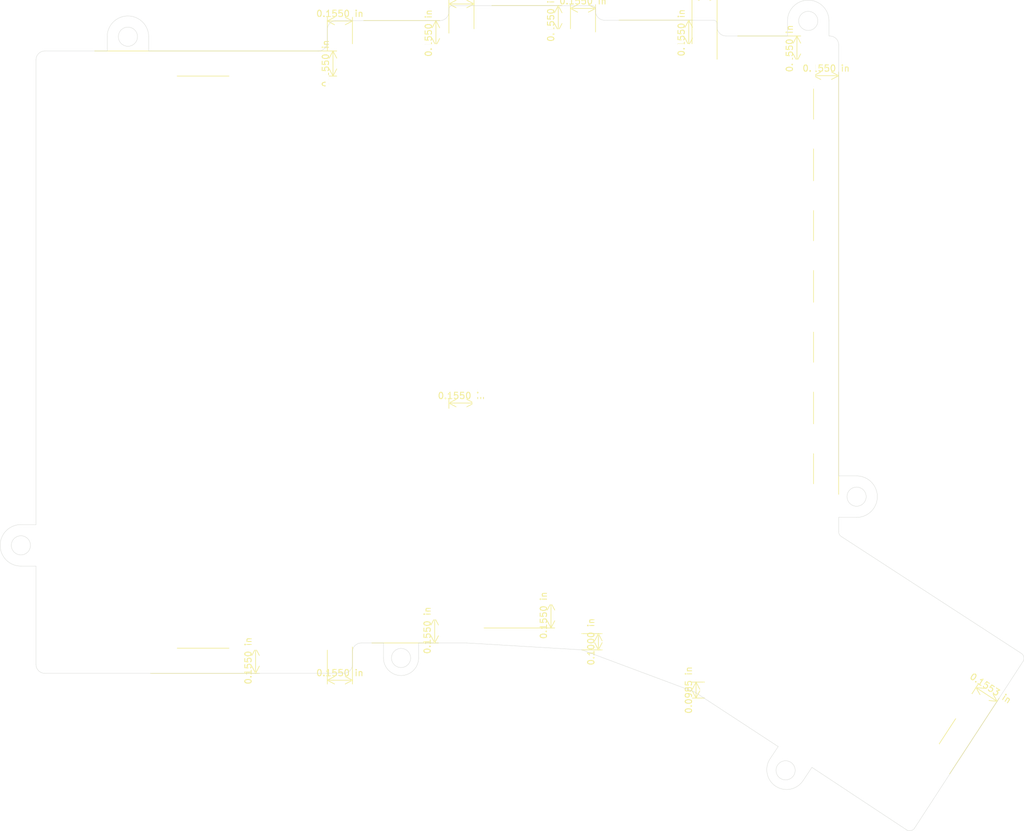
<source format=kicad_pcb>
(kicad_pcb (version 20171130) (host pcbnew 5.1.5)

  (general
    (thickness 1.6)
    (drawings 84)
    (tracks 0)
    (zones 0)
    (modules 31)
    (nets 1)
  )

  (page A2)
  (layers
    (0 F.Cu signal)
    (31 B.Cu signal)
    (32 B.Adhes user)
    (33 F.Adhes user)
    (34 B.Paste user)
    (35 F.Paste user)
    (36 B.SilkS user)
    (37 F.SilkS user hide)
    (38 B.Mask user)
    (39 F.Mask user)
    (40 Dwgs.User user)
    (41 Cmts.User user)
    (42 Eco1.User user)
    (43 Eco2.User user)
    (44 Edge.Cuts user)
    (45 Margin user)
    (46 B.CrtYd user)
    (47 F.CrtYd user)
    (48 B.Fab user)
    (49 F.Fab user)
  )

  (setup
    (last_trace_width 0.25)
    (user_trace_width 0.2)
    (user_trace_width 0.35)
    (user_trace_width 0.45)
    (user_trace_width 0.62)
    (trace_clearance 0.2)
    (zone_clearance 0.508)
    (zone_45_only no)
    (trace_min 0.2)
    (via_size 0.8)
    (via_drill 0.4)
    (via_min_size 0.4)
    (via_min_drill 0.3)
    (uvia_size 0.3)
    (uvia_drill 0.1)
    (uvias_allowed no)
    (uvia_min_size 0.2)
    (uvia_min_drill 0.1)
    (edge_width 0.05)
    (segment_width 0.2)
    (pcb_text_width 0.3)
    (pcb_text_size 1.5 1.5)
    (mod_edge_width 0.12)
    (mod_text_size 1 1)
    (mod_text_width 0.15)
    (pad_size 1.524 1.524)
    (pad_drill 0.762)
    (pad_to_mask_clearance 0.051)
    (solder_mask_min_width 0.25)
    (aux_axis_origin 0 0)
    (visible_elements FFFDF77F)
    (pcbplotparams
      (layerselection 0x01000_7ffffffe)
      (usegerberextensions false)
      (usegerberattributes false)
      (usegerberadvancedattributes false)
      (creategerberjobfile false)
      (excludeedgelayer true)
      (linewidth 0.100000)
      (plotframeref false)
      (viasonmask false)
      (mode 1)
      (useauxorigin false)
      (hpglpennumber 1)
      (hpglpenspeed 20)
      (hpglpendiameter 15.000000)
      (psnegative false)
      (psa4output false)
      (plotreference true)
      (plotvalue true)
      (plotinvisibletext false)
      (padsonsilk false)
      (subtractmaskfromsilk false)
      (outputformat 3)
      (mirror false)
      (drillshape 0)
      (scaleselection 1)
      (outputdirectory "../../Case/Plates/"))
  )

  (net 0 "")

  (net_class Default "This is the default net class."
    (clearance 0.2)
    (trace_width 0.25)
    (via_dia 0.8)
    (via_drill 0.4)
    (uvia_dia 0.3)
    (uvia_drill 0.1)
  )

  (module Keebio-Parts:MX_Switch_Cutout (layer F.Cu) (tedit 59612069) (tstamp 5E538413)
    (at 173.6725 73.3425)
    (fp_text reference REF** (at 0.25 10.05) (layer Eco2.User) hide
      (effects (font (size 1 1) (thickness 0.15)))
    )
    (fp_text value MX_Switch_Cutout (at 0 -15.24) (layer F.Fab) hide
      (effects (font (size 1 1) (thickness 0.15)))
    )
    (fp_line (start 9.5 -9.5) (end 9.5 9.5) (layer Dwgs.User) (width 0.15))
    (fp_line (start 9.5 9.5) (end -9.5 9.5) (layer Dwgs.User) (width 0.15))
    (fp_line (start -9.5 9.5) (end -9.5 -9.5) (layer Dwgs.User) (width 0.15))
    (fp_line (start -9.5 -9.5) (end 9.5 -9.5) (layer Dwgs.User) (width 0.15))
    (pad "" np_thru_hole oval (at 7.14375 2.667) (size 1.3335 0.508) (drill oval 1.3335 0.508) (layers *.Cu *.Mask))
    (pad "" np_thru_hole oval (at -7.14375 2.667) (size 1.3335 0.508) (drill oval 1.3335 0.508) (layers *.Cu *.Mask))
    (pad "" np_thru_hole oval (at 7.14375 -2.667) (size 1.3335 0.508) (drill oval 1.3335 0.508) (layers *.Cu *.Mask))
    (pad "" np_thru_hole oval (at -7.14375 -2.667) (size 1.3335 0.508) (drill oval 1.3335 0.508) (layers *.Cu *.Mask))
    (pad "" np_thru_hole oval (at 0 6.985) (size 5.08 1.27) (drill oval 5.08 1.27) (layers *.Cu *.Mask))
    (pad "" np_thru_hole oval (at 0 -6.985) (size 5.08 1.27) (drill oval 5.08 1.27) (layers *.Cu *.Mask))
    (pad "" np_thru_hole oval (at -6.731 0) (size 0.508 5.842) (drill oval 0.508 5.842) (layers *.Cu *.Mask))
    (pad "" np_thru_hole oval (at 6.731 0) (size 0.508 5.842) (drill oval 0.508 5.842) (layers *.Cu *.Mask))
    (pad "" np_thru_hole oval (at -7.5565 4.699) (size 0.508 4.572) (drill oval 0.508 4.572) (layers *.Cu *.Mask))
    (pad "" np_thru_hole oval (at 7.5565 4.699) (size 0.508 4.572) (drill oval 0.508 4.572) (layers *.Cu *.Mask))
    (pad "" np_thru_hole oval (at 7.5565 -4.699) (size 0.508 4.572) (drill oval 0.508 4.572) (layers *.Cu *.Mask))
    (pad "" np_thru_hole oval (at -7.5565 -4.699) (size 0.508 4.572) (drill oval 0.508 4.572) (layers *.Cu *.Mask))
    (pad "" np_thru_hole oval (at 0 6.731) (size 15.5956 0.508) (drill oval 15.5956 0.508) (layers *.Cu *.Mask))
    (pad "" np_thru_hole oval (at 0 -6.731) (size 15.5956 0.508) (drill oval 15.5956 0.508) (layers *.Cu *.Mask))
  )

  (module Keebio-Parts:MX_Switch_Cutout (layer F.Cu) (tedit 59612069) (tstamp 5E538176)
    (at 116.5225 70.9295)
    (fp_text reference REF** (at 0.25 10.05) (layer Eco2.User) hide
      (effects (font (size 1 1) (thickness 0.15)))
    )
    (fp_text value MX_Switch_Cutout (at 0 -15.24) (layer F.Fab) hide
      (effects (font (size 1 1) (thickness 0.15)))
    )
    (fp_line (start 9.5 -9.5) (end 9.5 9.5) (layer Dwgs.User) (width 0.15))
    (fp_line (start 9.5 9.5) (end -9.5 9.5) (layer Dwgs.User) (width 0.15))
    (fp_line (start -9.5 9.5) (end -9.5 -9.5) (layer Dwgs.User) (width 0.15))
    (fp_line (start -9.5 -9.5) (end 9.5 -9.5) (layer Dwgs.User) (width 0.15))
    (pad "" np_thru_hole oval (at 7.14375 2.667) (size 1.3335 0.508) (drill oval 1.3335 0.508) (layers *.Cu *.Mask))
    (pad "" np_thru_hole oval (at -7.14375 2.667) (size 1.3335 0.508) (drill oval 1.3335 0.508) (layers *.Cu *.Mask))
    (pad "" np_thru_hole oval (at 7.14375 -2.667) (size 1.3335 0.508) (drill oval 1.3335 0.508) (layers *.Cu *.Mask))
    (pad "" np_thru_hole oval (at -7.14375 -2.667) (size 1.3335 0.508) (drill oval 1.3335 0.508) (layers *.Cu *.Mask))
    (pad "" np_thru_hole oval (at 0 6.985) (size 5.08 1.27) (drill oval 5.08 1.27) (layers *.Cu *.Mask))
    (pad "" np_thru_hole oval (at 0 -6.985) (size 5.08 1.27) (drill oval 5.08 1.27) (layers *.Cu *.Mask))
    (pad "" np_thru_hole oval (at -6.731 0) (size 0.508 5.842) (drill oval 0.508 5.842) (layers *.Cu *.Mask))
    (pad "" np_thru_hole oval (at 6.731 0) (size 0.508 5.842) (drill oval 0.508 5.842) (layers *.Cu *.Mask))
    (pad "" np_thru_hole oval (at -7.5565 4.699) (size 0.508 4.572) (drill oval 0.508 4.572) (layers *.Cu *.Mask))
    (pad "" np_thru_hole oval (at 7.5565 4.699) (size 0.508 4.572) (drill oval 0.508 4.572) (layers *.Cu *.Mask))
    (pad "" np_thru_hole oval (at 7.5565 -4.699) (size 0.508 4.572) (drill oval 0.508 4.572) (layers *.Cu *.Mask))
    (pad "" np_thru_hole oval (at -7.5565 -4.699) (size 0.508 4.572) (drill oval 0.508 4.572) (layers *.Cu *.Mask))
    (pad "" np_thru_hole oval (at 0 6.731) (size 15.5956 0.508) (drill oval 15.5956 0.508) (layers *.Cu *.Mask))
    (pad "" np_thru_hole oval (at 0 -6.731) (size 15.5956 0.508) (drill oval 15.5956 0.508) (layers *.Cu *.Mask))
  )

  (module Keebio-Parts:MX_Switch_Cutout (layer F.Cu) (tedit 59612069) (tstamp 5E539DC8)
    (at 73.66 113.792)
    (fp_text reference REF** (at 0.25 10.05) (layer Eco2.User) hide
      (effects (font (size 1 1) (thickness 0.15)))
    )
    (fp_text value MX_Switch_Cutout (at 0 -15.24) (layer F.Fab) hide
      (effects (font (size 1 1) (thickness 0.15)))
    )
    (fp_line (start -9.5 -9.5) (end 9.5 -9.5) (layer Dwgs.User) (width 0.15))
    (fp_line (start -9.5 9.5) (end -9.5 -9.5) (layer Dwgs.User) (width 0.15))
    (fp_line (start 9.5 9.5) (end -9.5 9.5) (layer Dwgs.User) (width 0.15))
    (fp_line (start 9.5 -9.5) (end 9.5 9.5) (layer Dwgs.User) (width 0.15))
    (pad "" np_thru_hole oval (at 0 -6.731) (size 15.5956 0.508) (drill oval 15.5956 0.508) (layers *.Cu *.Mask))
    (pad "" np_thru_hole oval (at 0 6.731) (size 15.5956 0.508) (drill oval 15.5956 0.508) (layers *.Cu *.Mask))
    (pad "" np_thru_hole oval (at -7.5565 -4.699) (size 0.508 4.572) (drill oval 0.508 4.572) (layers *.Cu *.Mask))
    (pad "" np_thru_hole oval (at 7.5565 -4.699) (size 0.508 4.572) (drill oval 0.508 4.572) (layers *.Cu *.Mask))
    (pad "" np_thru_hole oval (at 7.5565 4.699) (size 0.508 4.572) (drill oval 0.508 4.572) (layers *.Cu *.Mask))
    (pad "" np_thru_hole oval (at -7.5565 4.699) (size 0.508 4.572) (drill oval 0.508 4.572) (layers *.Cu *.Mask))
    (pad "" np_thru_hole oval (at 6.731 0) (size 0.508 5.842) (drill oval 0.508 5.842) (layers *.Cu *.Mask))
    (pad "" np_thru_hole oval (at -6.731 0) (size 0.508 5.842) (drill oval 0.508 5.842) (layers *.Cu *.Mask))
    (pad "" np_thru_hole oval (at 0 -6.985) (size 5.08 1.27) (drill oval 5.08 1.27) (layers *.Cu *.Mask))
    (pad "" np_thru_hole oval (at 0 6.985) (size 5.08 1.27) (drill oval 5.08 1.27) (layers *.Cu *.Mask))
    (pad "" np_thru_hole oval (at -7.14375 -2.667) (size 1.3335 0.508) (drill oval 1.3335 0.508) (layers *.Cu *.Mask))
    (pad "" np_thru_hole oval (at 7.14375 -2.667) (size 1.3335 0.508) (drill oval 1.3335 0.508) (layers *.Cu *.Mask))
    (pad "" np_thru_hole oval (at -7.14375 2.667) (size 1.3335 0.508) (drill oval 1.3335 0.508) (layers *.Cu *.Mask))
    (pad "" np_thru_hole oval (at 7.14375 2.667) (size 1.3335 0.508) (drill oval 1.3335 0.508) (layers *.Cu *.Mask))
  )

  (module Keebio-Parts:MX_Switch_Cutout (layer F.Cu) (tedit 59612069) (tstamp 5E539DB3)
    (at 73.66 132.842)
    (fp_text reference REF** (at 0.25 10.05) (layer Eco2.User) hide
      (effects (font (size 1 1) (thickness 0.15)))
    )
    (fp_text value MX_Switch_Cutout (at 0 -15.24) (layer F.Fab) hide
      (effects (font (size 1 1) (thickness 0.15)))
    )
    (fp_line (start 9.5 -9.5) (end 9.5 9.5) (layer Dwgs.User) (width 0.15))
    (fp_line (start 9.5 9.5) (end -9.5 9.5) (layer Dwgs.User) (width 0.15))
    (fp_line (start -9.5 9.5) (end -9.5 -9.5) (layer Dwgs.User) (width 0.15))
    (fp_line (start -9.5 -9.5) (end 9.5 -9.5) (layer Dwgs.User) (width 0.15))
    (pad "" np_thru_hole oval (at 7.14375 2.667) (size 1.3335 0.508) (drill oval 1.3335 0.508) (layers *.Cu *.Mask))
    (pad "" np_thru_hole oval (at -7.14375 2.667) (size 1.3335 0.508) (drill oval 1.3335 0.508) (layers *.Cu *.Mask))
    (pad "" np_thru_hole oval (at 7.14375 -2.667) (size 1.3335 0.508) (drill oval 1.3335 0.508) (layers *.Cu *.Mask))
    (pad "" np_thru_hole oval (at -7.14375 -2.667) (size 1.3335 0.508) (drill oval 1.3335 0.508) (layers *.Cu *.Mask))
    (pad "" np_thru_hole oval (at 0 6.985) (size 5.08 1.27) (drill oval 5.08 1.27) (layers *.Cu *.Mask))
    (pad "" np_thru_hole oval (at 0 -6.985) (size 5.08 1.27) (drill oval 5.08 1.27) (layers *.Cu *.Mask))
    (pad "" np_thru_hole oval (at -6.731 0) (size 0.508 5.842) (drill oval 0.508 5.842) (layers *.Cu *.Mask))
    (pad "" np_thru_hole oval (at 6.731 0) (size 0.508 5.842) (drill oval 0.508 5.842) (layers *.Cu *.Mask))
    (pad "" np_thru_hole oval (at -7.5565 4.699) (size 0.508 4.572) (drill oval 0.508 4.572) (layers *.Cu *.Mask))
    (pad "" np_thru_hole oval (at 7.5565 4.699) (size 0.508 4.572) (drill oval 0.508 4.572) (layers *.Cu *.Mask))
    (pad "" np_thru_hole oval (at 7.5565 -4.699) (size 0.508 4.572) (drill oval 0.508 4.572) (layers *.Cu *.Mask))
    (pad "" np_thru_hole oval (at -7.5565 -4.699) (size 0.508 4.572) (drill oval 0.508 4.572) (layers *.Cu *.Mask))
    (pad "" np_thru_hole oval (at 0 6.731) (size 15.5956 0.508) (drill oval 15.5956 0.508) (layers *.Cu *.Mask))
    (pad "" np_thru_hole oval (at 0 -6.731) (size 15.5956 0.508) (drill oval 15.5956 0.508) (layers *.Cu *.Mask))
  )

  (module Keebio-Parts:MX_Switch_Cutout (layer F.Cu) (tedit 59612069) (tstamp 5E539D9E)
    (at 73.66 75.692)
    (fp_text reference REF** (at 0.25 10.05) (layer Eco2.User) hide
      (effects (font (size 1 1) (thickness 0.15)))
    )
    (fp_text value MX_Switch_Cutout (at 0 -15.24) (layer F.Fab) hide
      (effects (font (size 1 1) (thickness 0.15)))
    )
    (fp_line (start 9.5 -9.5) (end 9.5 9.5) (layer Dwgs.User) (width 0.15))
    (fp_line (start 9.5 9.5) (end -9.5 9.5) (layer Dwgs.User) (width 0.15))
    (fp_line (start -9.5 9.5) (end -9.5 -9.5) (layer Dwgs.User) (width 0.15))
    (fp_line (start -9.5 -9.5) (end 9.5 -9.5) (layer Dwgs.User) (width 0.15))
    (pad "" np_thru_hole oval (at 7.14375 2.667) (size 1.3335 0.508) (drill oval 1.3335 0.508) (layers *.Cu *.Mask))
    (pad "" np_thru_hole oval (at -7.14375 2.667) (size 1.3335 0.508) (drill oval 1.3335 0.508) (layers *.Cu *.Mask))
    (pad "" np_thru_hole oval (at 7.14375 -2.667) (size 1.3335 0.508) (drill oval 1.3335 0.508) (layers *.Cu *.Mask))
    (pad "" np_thru_hole oval (at -7.14375 -2.667) (size 1.3335 0.508) (drill oval 1.3335 0.508) (layers *.Cu *.Mask))
    (pad "" np_thru_hole oval (at 0 6.985) (size 5.08 1.27) (drill oval 5.08 1.27) (layers *.Cu *.Mask))
    (pad "" np_thru_hole oval (at 0 -6.985) (size 5.08 1.27) (drill oval 5.08 1.27) (layers *.Cu *.Mask))
    (pad "" np_thru_hole oval (at -6.731 0) (size 0.508 5.842) (drill oval 0.508 5.842) (layers *.Cu *.Mask))
    (pad "" np_thru_hole oval (at 6.731 0) (size 0.508 5.842) (drill oval 0.508 5.842) (layers *.Cu *.Mask))
    (pad "" np_thru_hole oval (at -7.5565 4.699) (size 0.508 4.572) (drill oval 0.508 4.572) (layers *.Cu *.Mask))
    (pad "" np_thru_hole oval (at 7.5565 4.699) (size 0.508 4.572) (drill oval 0.508 4.572) (layers *.Cu *.Mask))
    (pad "" np_thru_hole oval (at 7.5565 -4.699) (size 0.508 4.572) (drill oval 0.508 4.572) (layers *.Cu *.Mask))
    (pad "" np_thru_hole oval (at -7.5565 -4.699) (size 0.508 4.572) (drill oval 0.508 4.572) (layers *.Cu *.Mask))
    (pad "" np_thru_hole oval (at 0 6.731) (size 15.5956 0.508) (drill oval 15.5956 0.508) (layers *.Cu *.Mask))
    (pad "" np_thru_hole oval (at 0 -6.731) (size 15.5956 0.508) (drill oval 15.5956 0.508) (layers *.Cu *.Mask))
  )

  (module Keebio-Parts:MX_Switch_Cutout (layer F.Cu) (tedit 59612069) (tstamp 5E539D89)
    (at 73.66 151.892)
    (fp_text reference REF** (at 0.25 10.05) (layer Eco2.User) hide
      (effects (font (size 1 1) (thickness 0.15)))
    )
    (fp_text value MX_Switch_Cutout (at 0 -15.24) (layer F.Fab) hide
      (effects (font (size 1 1) (thickness 0.15)))
    )
    (fp_line (start -9.5 -9.5) (end 9.5 -9.5) (layer Dwgs.User) (width 0.15))
    (fp_line (start -9.5 9.5) (end -9.5 -9.5) (layer Dwgs.User) (width 0.15))
    (fp_line (start 9.5 9.5) (end -9.5 9.5) (layer Dwgs.User) (width 0.15))
    (fp_line (start 9.5 -9.5) (end 9.5 9.5) (layer Dwgs.User) (width 0.15))
    (pad "" np_thru_hole oval (at 0 -6.731) (size 15.5956 0.508) (drill oval 15.5956 0.508) (layers *.Cu *.Mask))
    (pad "" np_thru_hole oval (at 0 6.731) (size 15.5956 0.508) (drill oval 15.5956 0.508) (layers *.Cu *.Mask))
    (pad "" np_thru_hole oval (at -7.5565 -4.699) (size 0.508 4.572) (drill oval 0.508 4.572) (layers *.Cu *.Mask))
    (pad "" np_thru_hole oval (at 7.5565 -4.699) (size 0.508 4.572) (drill oval 0.508 4.572) (layers *.Cu *.Mask))
    (pad "" np_thru_hole oval (at 7.5565 4.699) (size 0.508 4.572) (drill oval 0.508 4.572) (layers *.Cu *.Mask))
    (pad "" np_thru_hole oval (at -7.5565 4.699) (size 0.508 4.572) (drill oval 0.508 4.572) (layers *.Cu *.Mask))
    (pad "" np_thru_hole oval (at 6.731 0) (size 0.508 5.842) (drill oval 0.508 5.842) (layers *.Cu *.Mask))
    (pad "" np_thru_hole oval (at -6.731 0) (size 0.508 5.842) (drill oval 0.508 5.842) (layers *.Cu *.Mask))
    (pad "" np_thru_hole oval (at 0 -6.985) (size 5.08 1.27) (drill oval 5.08 1.27) (layers *.Cu *.Mask))
    (pad "" np_thru_hole oval (at 0 6.985) (size 5.08 1.27) (drill oval 5.08 1.27) (layers *.Cu *.Mask))
    (pad "" np_thru_hole oval (at -7.14375 -2.667) (size 1.3335 0.508) (drill oval 1.3335 0.508) (layers *.Cu *.Mask))
    (pad "" np_thru_hole oval (at 7.14375 -2.667) (size 1.3335 0.508) (drill oval 1.3335 0.508) (layers *.Cu *.Mask))
    (pad "" np_thru_hole oval (at -7.14375 2.667) (size 1.3335 0.508) (drill oval 1.3335 0.508) (layers *.Cu *.Mask))
    (pad "" np_thru_hole oval (at 7.14375 2.667) (size 1.3335 0.508) (drill oval 1.3335 0.508) (layers *.Cu *.Mask))
  )

  (module Keebio-Parts:MX_Switch_Cutout (layer F.Cu) (tedit 59612069) (tstamp 5E539D74)
    (at 73.66 94.742)
    (fp_text reference REF** (at 0.25 10.05) (layer Eco2.User) hide
      (effects (font (size 1 1) (thickness 0.15)))
    )
    (fp_text value MX_Switch_Cutout (at 0 -15.24) (layer F.Fab) hide
      (effects (font (size 1 1) (thickness 0.15)))
    )
    (fp_line (start -9.5 -9.5) (end 9.5 -9.5) (layer Dwgs.User) (width 0.15))
    (fp_line (start -9.5 9.5) (end -9.5 -9.5) (layer Dwgs.User) (width 0.15))
    (fp_line (start 9.5 9.5) (end -9.5 9.5) (layer Dwgs.User) (width 0.15))
    (fp_line (start 9.5 -9.5) (end 9.5 9.5) (layer Dwgs.User) (width 0.15))
    (pad "" np_thru_hole oval (at 0 -6.731) (size 15.5956 0.508) (drill oval 15.5956 0.508) (layers *.Cu *.Mask))
    (pad "" np_thru_hole oval (at 0 6.731) (size 15.5956 0.508) (drill oval 15.5956 0.508) (layers *.Cu *.Mask))
    (pad "" np_thru_hole oval (at -7.5565 -4.699) (size 0.508 4.572) (drill oval 0.508 4.572) (layers *.Cu *.Mask))
    (pad "" np_thru_hole oval (at 7.5565 -4.699) (size 0.508 4.572) (drill oval 0.508 4.572) (layers *.Cu *.Mask))
    (pad "" np_thru_hole oval (at 7.5565 4.699) (size 0.508 4.572) (drill oval 0.508 4.572) (layers *.Cu *.Mask))
    (pad "" np_thru_hole oval (at -7.5565 4.699) (size 0.508 4.572) (drill oval 0.508 4.572) (layers *.Cu *.Mask))
    (pad "" np_thru_hole oval (at 6.731 0) (size 0.508 5.842) (drill oval 0.508 5.842) (layers *.Cu *.Mask))
    (pad "" np_thru_hole oval (at -6.731 0) (size 0.508 5.842) (drill oval 0.508 5.842) (layers *.Cu *.Mask))
    (pad "" np_thru_hole oval (at 0 -6.985) (size 5.08 1.27) (drill oval 5.08 1.27) (layers *.Cu *.Mask))
    (pad "" np_thru_hole oval (at 0 6.985) (size 5.08 1.27) (drill oval 5.08 1.27) (layers *.Cu *.Mask))
    (pad "" np_thru_hole oval (at -7.14375 -2.667) (size 1.3335 0.508) (drill oval 1.3335 0.508) (layers *.Cu *.Mask))
    (pad "" np_thru_hole oval (at 7.14375 -2.667) (size 1.3335 0.508) (drill oval 1.3335 0.508) (layers *.Cu *.Mask))
    (pad "" np_thru_hole oval (at -7.14375 2.667) (size 1.3335 0.508) (drill oval 1.3335 0.508) (layers *.Cu *.Mask))
    (pad "" np_thru_hole oval (at 7.14375 2.667) (size 1.3335 0.508) (drill oval 1.3335 0.508) (layers *.Cu *.Mask))
  )

  (module Keebio-Parts:MX_Switch_Cutout (layer F.Cu) (tedit 59612069) (tstamp 5E538520)
    (at 195.834 167.513 327)
    (fp_text reference REF** (at 0.25 10.05 147) (layer Eco2.User) hide
      (effects (font (size 1 1) (thickness 0.15)))
    )
    (fp_text value MX_Switch_Cutout (at 0 -15.24 147) (layer F.Fab) hide
      (effects (font (size 1 1) (thickness 0.15)))
    )
    (fp_line (start -9.5 -9.5) (end 9.5 -9.5) (layer Dwgs.User) (width 0.15))
    (fp_line (start -9.5 9.5) (end -9.5 -9.5) (layer Dwgs.User) (width 0.15))
    (fp_line (start 9.5 9.5) (end -9.5 9.5) (layer Dwgs.User) (width 0.15))
    (fp_line (start 9.5 -9.5) (end 9.5 9.5) (layer Dwgs.User) (width 0.15))
    (pad "" np_thru_hole oval (at 0 -6.731 327) (size 15.5956 0.508) (drill oval 15.5956 0.508) (layers *.Cu *.Mask))
    (pad "" np_thru_hole oval (at 0 6.731 327) (size 15.5956 0.508) (drill oval 15.5956 0.508) (layers *.Cu *.Mask))
    (pad "" np_thru_hole oval (at -7.5565 -4.699 327) (size 0.508 4.572) (drill oval 0.508 4.572) (layers *.Cu *.Mask))
    (pad "" np_thru_hole oval (at 7.5565 -4.699 327) (size 0.508 4.572) (drill oval 0.508 4.572) (layers *.Cu *.Mask))
    (pad "" np_thru_hole oval (at 7.5565 4.699 327) (size 0.508 4.572) (drill oval 0.508 4.572) (layers *.Cu *.Mask))
    (pad "" np_thru_hole oval (at -7.5565 4.699 327) (size 0.508 4.572) (drill oval 0.508 4.572) (layers *.Cu *.Mask))
    (pad "" np_thru_hole oval (at 6.731 0 327) (size 0.508 5.842) (drill oval 0.508 5.842) (layers *.Cu *.Mask))
    (pad "" np_thru_hole oval (at -6.731 0 327) (size 0.508 5.842) (drill oval 0.508 5.842) (layers *.Cu *.Mask))
    (pad "" np_thru_hole oval (at 0 -6.985 327) (size 5.08 1.27) (drill oval 5.08 1.27) (layers *.Cu *.Mask))
    (pad "" np_thru_hole oval (at 0 6.985 327) (size 5.08 1.27) (drill oval 5.08 1.27) (layers *.Cu *.Mask))
    (pad "" np_thru_hole oval (at -7.14375 -2.667 327) (size 1.3335 0.508) (drill oval 1.3335 0.508) (layers *.Cu *.Mask))
    (pad "" np_thru_hole oval (at 7.14375 -2.667 327) (size 1.3335 0.508) (drill oval 1.3335 0.508) (layers *.Cu *.Mask))
    (pad "" np_thru_hole oval (at -7.14375 2.667 327) (size 1.3335 0.508) (drill oval 1.3335 0.508) (layers *.Cu *.Mask))
    (pad "" np_thru_hole oval (at 7.14375 2.667 327) (size 1.3335 0.508) (drill oval 1.3335 0.508) (layers *.Cu *.Mask))
  )

  (module Keebio-Parts:MX_Switch_Cutout (layer F.Cu) (tedit 59612069) (tstamp 5E538520)
    (at 179.8955 157.1625 327)
    (fp_text reference REF** (at 0.25 10.05 147) (layer Eco2.User) hide
      (effects (font (size 1 1) (thickness 0.15)))
    )
    (fp_text value MX_Switch_Cutout (at 0 -15.24 147) (layer F.Fab) hide
      (effects (font (size 1 1) (thickness 0.15)))
    )
    (fp_line (start -9.5 -9.5) (end 9.5 -9.5) (layer Dwgs.User) (width 0.15))
    (fp_line (start -9.5 9.5) (end -9.5 -9.5) (layer Dwgs.User) (width 0.15))
    (fp_line (start 9.5 9.5) (end -9.5 9.5) (layer Dwgs.User) (width 0.15))
    (fp_line (start 9.5 -9.5) (end 9.5 9.5) (layer Dwgs.User) (width 0.15))
    (pad "" np_thru_hole oval (at 0 -6.731 327) (size 15.5956 0.508) (drill oval 15.5956 0.508) (layers *.Cu *.Mask))
    (pad "" np_thru_hole oval (at 0 6.731 327) (size 15.5956 0.508) (drill oval 15.5956 0.508) (layers *.Cu *.Mask))
    (pad "" np_thru_hole oval (at -7.5565 -4.699 327) (size 0.508 4.572) (drill oval 0.508 4.572) (layers *.Cu *.Mask))
    (pad "" np_thru_hole oval (at 7.5565 -4.699 327) (size 0.508 4.572) (drill oval 0.508 4.572) (layers *.Cu *.Mask))
    (pad "" np_thru_hole oval (at 7.5565 4.699 327) (size 0.508 4.572) (drill oval 0.508 4.572) (layers *.Cu *.Mask))
    (pad "" np_thru_hole oval (at -7.5565 4.699 327) (size 0.508 4.572) (drill oval 0.508 4.572) (layers *.Cu *.Mask))
    (pad "" np_thru_hole oval (at 6.731 0 327) (size 0.508 5.842) (drill oval 0.508 5.842) (layers *.Cu *.Mask))
    (pad "" np_thru_hole oval (at -6.731 0 327) (size 0.508 5.842) (drill oval 0.508 5.842) (layers *.Cu *.Mask))
    (pad "" np_thru_hole oval (at 0 -6.985 327) (size 5.08 1.27) (drill oval 5.08 1.27) (layers *.Cu *.Mask))
    (pad "" np_thru_hole oval (at 0 6.985 327) (size 5.08 1.27) (drill oval 5.08 1.27) (layers *.Cu *.Mask))
    (pad "" np_thru_hole oval (at -7.14375 -2.667 327) (size 1.3335 0.508) (drill oval 1.3335 0.508) (layers *.Cu *.Mask))
    (pad "" np_thru_hole oval (at 7.14375 -2.667 327) (size 1.3335 0.508) (drill oval 1.3335 0.508) (layers *.Cu *.Mask))
    (pad "" np_thru_hole oval (at -7.14375 2.667 327) (size 1.3335 0.508) (drill oval 1.3335 0.508) (layers *.Cu *.Mask))
    (pad "" np_thru_hole oval (at 7.14375 2.667 327) (size 1.3335 0.508) (drill oval 1.3335 0.508) (layers *.Cu *.Mask))
  )

  (module Keebio-Parts:MX_Switch_Cutout (layer F.Cu) (tedit 59612069) (tstamp 5E538520)
    (at 156.5275 149.606 165)
    (fp_text reference REF** (at 0.25 10.05 165) (layer Eco2.User) hide
      (effects (font (size 1 1) (thickness 0.15)))
    )
    (fp_text value MX_Switch_Cutout (at 0 -15.24 165) (layer F.Fab) hide
      (effects (font (size 1 1) (thickness 0.15)))
    )
    (fp_line (start -9.5 -9.5) (end 9.5 -9.5) (layer Dwgs.User) (width 0.15))
    (fp_line (start -9.5 9.5) (end -9.5 -9.5) (layer Dwgs.User) (width 0.15))
    (fp_line (start 9.5 9.5) (end -9.5 9.5) (layer Dwgs.User) (width 0.15))
    (fp_line (start 9.5 -9.5) (end 9.5 9.5) (layer Dwgs.User) (width 0.15))
    (pad "" np_thru_hole oval (at 0 -6.731 165) (size 15.5956 0.508) (drill oval 15.5956 0.508) (layers *.Cu *.Mask))
    (pad "" np_thru_hole oval (at 0 6.731 165) (size 15.5956 0.508) (drill oval 15.5956 0.508) (layers *.Cu *.Mask))
    (pad "" np_thru_hole oval (at -7.5565 -4.699 165) (size 0.508 4.572) (drill oval 0.508 4.572) (layers *.Cu *.Mask))
    (pad "" np_thru_hole oval (at 7.5565 -4.699 165) (size 0.508 4.572) (drill oval 0.508 4.572) (layers *.Cu *.Mask))
    (pad "" np_thru_hole oval (at 7.5565 4.699 165) (size 0.508 4.572) (drill oval 0.508 4.572) (layers *.Cu *.Mask))
    (pad "" np_thru_hole oval (at -7.5565 4.699 165) (size 0.508 4.572) (drill oval 0.508 4.572) (layers *.Cu *.Mask))
    (pad "" np_thru_hole oval (at 6.731 0 165) (size 0.508 5.842) (drill oval 0.508 5.842) (layers *.Cu *.Mask))
    (pad "" np_thru_hole oval (at -6.731 0 165) (size 0.508 5.842) (drill oval 0.508 5.842) (layers *.Cu *.Mask))
    (pad "" np_thru_hole oval (at 0 -6.985 165) (size 5.08 1.27) (drill oval 5.08 1.27) (layers *.Cu *.Mask))
    (pad "" np_thru_hole oval (at 0 6.985 165) (size 5.08 1.27) (drill oval 5.08 1.27) (layers *.Cu *.Mask))
    (pad "" np_thru_hole oval (at -7.14375 -2.667 165) (size 1.3335 0.508) (drill oval 1.3335 0.508) (layers *.Cu *.Mask))
    (pad "" np_thru_hole oval (at 7.14375 -2.667 165) (size 1.3335 0.508) (drill oval 1.3335 0.508) (layers *.Cu *.Mask))
    (pad "" np_thru_hole oval (at -7.14375 2.667 165) (size 1.3335 0.508) (drill oval 1.3335 0.508) (layers *.Cu *.Mask))
    (pad "" np_thru_hole oval (at 7.14375 2.667 165) (size 1.3335 0.508) (drill oval 1.3335 0.508) (layers *.Cu *.Mask))
  )

  (module Keebio-Parts:MX_Switch_Cutout (layer F.Cu) (tedit 59612069) (tstamp 5E53843D)
    (at 173.6725 130.4925)
    (fp_text reference REF** (at 0.25 10.05) (layer Eco2.User) hide
      (effects (font (size 1 1) (thickness 0.15)))
    )
    (fp_text value MX_Switch_Cutout (at 0 -15.24) (layer F.Fab) hide
      (effects (font (size 1 1) (thickness 0.15)))
    )
    (fp_line (start 9.5 -9.5) (end 9.5 9.5) (layer Dwgs.User) (width 0.15))
    (fp_line (start 9.5 9.5) (end -9.5 9.5) (layer Dwgs.User) (width 0.15))
    (fp_line (start -9.5 9.5) (end -9.5 -9.5) (layer Dwgs.User) (width 0.15))
    (fp_line (start -9.5 -9.5) (end 9.5 -9.5) (layer Dwgs.User) (width 0.15))
    (pad "" np_thru_hole oval (at 7.14375 2.667) (size 1.3335 0.508) (drill oval 1.3335 0.508) (layers *.Cu *.Mask))
    (pad "" np_thru_hole oval (at -7.14375 2.667) (size 1.3335 0.508) (drill oval 1.3335 0.508) (layers *.Cu *.Mask))
    (pad "" np_thru_hole oval (at 7.14375 -2.667) (size 1.3335 0.508) (drill oval 1.3335 0.508) (layers *.Cu *.Mask))
    (pad "" np_thru_hole oval (at -7.14375 -2.667) (size 1.3335 0.508) (drill oval 1.3335 0.508) (layers *.Cu *.Mask))
    (pad "" np_thru_hole oval (at 0 6.985) (size 5.08 1.27) (drill oval 5.08 1.27) (layers *.Cu *.Mask))
    (pad "" np_thru_hole oval (at 0 -6.985) (size 5.08 1.27) (drill oval 5.08 1.27) (layers *.Cu *.Mask))
    (pad "" np_thru_hole oval (at -6.731 0) (size 0.508 5.842) (drill oval 0.508 5.842) (layers *.Cu *.Mask))
    (pad "" np_thru_hole oval (at 6.731 0) (size 0.508 5.842) (drill oval 0.508 5.842) (layers *.Cu *.Mask))
    (pad "" np_thru_hole oval (at -7.5565 4.699) (size 0.508 4.572) (drill oval 0.508 4.572) (layers *.Cu *.Mask))
    (pad "" np_thru_hole oval (at 7.5565 4.699) (size 0.508 4.572) (drill oval 0.508 4.572) (layers *.Cu *.Mask))
    (pad "" np_thru_hole oval (at 7.5565 -4.699) (size 0.508 4.572) (drill oval 0.508 4.572) (layers *.Cu *.Mask))
    (pad "" np_thru_hole oval (at -7.5565 -4.699) (size 0.508 4.572) (drill oval 0.508 4.572) (layers *.Cu *.Mask))
    (pad "" np_thru_hole oval (at 0 6.731) (size 15.5956 0.508) (drill oval 15.5956 0.508) (layers *.Cu *.Mask))
    (pad "" np_thru_hole oval (at 0 -6.731) (size 15.5956 0.508) (drill oval 15.5956 0.508) (layers *.Cu *.Mask))
  )

  (module Keebio-Parts:MX_Switch_Cutout (layer F.Cu) (tedit 59612069) (tstamp 5E538428)
    (at 173.6725 111.4425)
    (fp_text reference REF** (at 0.25 10.05) (layer Eco2.User) hide
      (effects (font (size 1 1) (thickness 0.15)))
    )
    (fp_text value MX_Switch_Cutout (at 0 -15.24) (layer F.Fab) hide
      (effects (font (size 1 1) (thickness 0.15)))
    )
    (fp_line (start -9.5 -9.5) (end 9.5 -9.5) (layer Dwgs.User) (width 0.15))
    (fp_line (start -9.5 9.5) (end -9.5 -9.5) (layer Dwgs.User) (width 0.15))
    (fp_line (start 9.5 9.5) (end -9.5 9.5) (layer Dwgs.User) (width 0.15))
    (fp_line (start 9.5 -9.5) (end 9.5 9.5) (layer Dwgs.User) (width 0.15))
    (pad "" np_thru_hole oval (at 0 -6.731) (size 15.5956 0.508) (drill oval 15.5956 0.508) (layers *.Cu *.Mask))
    (pad "" np_thru_hole oval (at 0 6.731) (size 15.5956 0.508) (drill oval 15.5956 0.508) (layers *.Cu *.Mask))
    (pad "" np_thru_hole oval (at -7.5565 -4.699) (size 0.508 4.572) (drill oval 0.508 4.572) (layers *.Cu *.Mask))
    (pad "" np_thru_hole oval (at 7.5565 -4.699) (size 0.508 4.572) (drill oval 0.508 4.572) (layers *.Cu *.Mask))
    (pad "" np_thru_hole oval (at 7.5565 4.699) (size 0.508 4.572) (drill oval 0.508 4.572) (layers *.Cu *.Mask))
    (pad "" np_thru_hole oval (at -7.5565 4.699) (size 0.508 4.572) (drill oval 0.508 4.572) (layers *.Cu *.Mask))
    (pad "" np_thru_hole oval (at 6.731 0) (size 0.508 5.842) (drill oval 0.508 5.842) (layers *.Cu *.Mask))
    (pad "" np_thru_hole oval (at -6.731 0) (size 0.508 5.842) (drill oval 0.508 5.842) (layers *.Cu *.Mask))
    (pad "" np_thru_hole oval (at 0 -6.985) (size 5.08 1.27) (drill oval 5.08 1.27) (layers *.Cu *.Mask))
    (pad "" np_thru_hole oval (at 0 6.985) (size 5.08 1.27) (drill oval 5.08 1.27) (layers *.Cu *.Mask))
    (pad "" np_thru_hole oval (at -7.14375 -2.667) (size 1.3335 0.508) (drill oval 1.3335 0.508) (layers *.Cu *.Mask))
    (pad "" np_thru_hole oval (at 7.14375 -2.667) (size 1.3335 0.508) (drill oval 1.3335 0.508) (layers *.Cu *.Mask))
    (pad "" np_thru_hole oval (at -7.14375 2.667) (size 1.3335 0.508) (drill oval 1.3335 0.508) (layers *.Cu *.Mask))
    (pad "" np_thru_hole oval (at 7.14375 2.667) (size 1.3335 0.508) (drill oval 1.3335 0.508) (layers *.Cu *.Mask))
  )

  (module Keebio-Parts:MX_Switch_Cutout (layer F.Cu) (tedit 59612069) (tstamp 5E5383FE)
    (at 173.6725 92.3925)
    (fp_text reference REF** (at 0.25 10.05) (layer Eco2.User) hide
      (effects (font (size 1 1) (thickness 0.15)))
    )
    (fp_text value MX_Switch_Cutout (at 0 -15.24) (layer F.Fab) hide
      (effects (font (size 1 1) (thickness 0.15)))
    )
    (fp_line (start -9.5 -9.5) (end 9.5 -9.5) (layer Dwgs.User) (width 0.15))
    (fp_line (start -9.5 9.5) (end -9.5 -9.5) (layer Dwgs.User) (width 0.15))
    (fp_line (start 9.5 9.5) (end -9.5 9.5) (layer Dwgs.User) (width 0.15))
    (fp_line (start 9.5 -9.5) (end 9.5 9.5) (layer Dwgs.User) (width 0.15))
    (pad "" np_thru_hole oval (at 0 -6.731) (size 15.5956 0.508) (drill oval 15.5956 0.508) (layers *.Cu *.Mask))
    (pad "" np_thru_hole oval (at 0 6.731) (size 15.5956 0.508) (drill oval 15.5956 0.508) (layers *.Cu *.Mask))
    (pad "" np_thru_hole oval (at -7.5565 -4.699) (size 0.508 4.572) (drill oval 0.508 4.572) (layers *.Cu *.Mask))
    (pad "" np_thru_hole oval (at 7.5565 -4.699) (size 0.508 4.572) (drill oval 0.508 4.572) (layers *.Cu *.Mask))
    (pad "" np_thru_hole oval (at 7.5565 4.699) (size 0.508 4.572) (drill oval 0.508 4.572) (layers *.Cu *.Mask))
    (pad "" np_thru_hole oval (at -7.5565 4.699) (size 0.508 4.572) (drill oval 0.508 4.572) (layers *.Cu *.Mask))
    (pad "" np_thru_hole oval (at 6.731 0) (size 0.508 5.842) (drill oval 0.508 5.842) (layers *.Cu *.Mask))
    (pad "" np_thru_hole oval (at -6.731 0) (size 0.508 5.842) (drill oval 0.508 5.842) (layers *.Cu *.Mask))
    (pad "" np_thru_hole oval (at 0 -6.985) (size 5.08 1.27) (drill oval 5.08 1.27) (layers *.Cu *.Mask))
    (pad "" np_thru_hole oval (at 0 6.985) (size 5.08 1.27) (drill oval 5.08 1.27) (layers *.Cu *.Mask))
    (pad "" np_thru_hole oval (at -7.14375 -2.667) (size 1.3335 0.508) (drill oval 1.3335 0.508) (layers *.Cu *.Mask))
    (pad "" np_thru_hole oval (at 7.14375 -2.667) (size 1.3335 0.508) (drill oval 1.3335 0.508) (layers *.Cu *.Mask))
    (pad "" np_thru_hole oval (at -7.14375 2.667) (size 1.3335 0.508) (drill oval 1.3335 0.508) (layers *.Cu *.Mask))
    (pad "" np_thru_hole oval (at 7.14375 2.667) (size 1.3335 0.508) (drill oval 1.3335 0.508) (layers *.Cu *.Mask))
  )

  (module Keebio-Parts:MX_Switch_Cutout (layer F.Cu) (tedit 59612069) (tstamp 5E53843D)
    (at 154.6225 128.0795)
    (fp_text reference REF** (at 0.25 10.05) (layer Eco2.User) hide
      (effects (font (size 1 1) (thickness 0.15)))
    )
    (fp_text value MX_Switch_Cutout (at 0 -15.24) (layer F.Fab) hide
      (effects (font (size 1 1) (thickness 0.15)))
    )
    (fp_line (start 9.5 -9.5) (end 9.5 9.5) (layer Dwgs.User) (width 0.15))
    (fp_line (start 9.5 9.5) (end -9.5 9.5) (layer Dwgs.User) (width 0.15))
    (fp_line (start -9.5 9.5) (end -9.5 -9.5) (layer Dwgs.User) (width 0.15))
    (fp_line (start -9.5 -9.5) (end 9.5 -9.5) (layer Dwgs.User) (width 0.15))
    (pad "" np_thru_hole oval (at 7.14375 2.667) (size 1.3335 0.508) (drill oval 1.3335 0.508) (layers *.Cu *.Mask))
    (pad "" np_thru_hole oval (at -7.14375 2.667) (size 1.3335 0.508) (drill oval 1.3335 0.508) (layers *.Cu *.Mask))
    (pad "" np_thru_hole oval (at 7.14375 -2.667) (size 1.3335 0.508) (drill oval 1.3335 0.508) (layers *.Cu *.Mask))
    (pad "" np_thru_hole oval (at -7.14375 -2.667) (size 1.3335 0.508) (drill oval 1.3335 0.508) (layers *.Cu *.Mask))
    (pad "" np_thru_hole oval (at 0 6.985) (size 5.08 1.27) (drill oval 5.08 1.27) (layers *.Cu *.Mask))
    (pad "" np_thru_hole oval (at 0 -6.985) (size 5.08 1.27) (drill oval 5.08 1.27) (layers *.Cu *.Mask))
    (pad "" np_thru_hole oval (at -6.731 0) (size 0.508 5.842) (drill oval 0.508 5.842) (layers *.Cu *.Mask))
    (pad "" np_thru_hole oval (at 6.731 0) (size 0.508 5.842) (drill oval 0.508 5.842) (layers *.Cu *.Mask))
    (pad "" np_thru_hole oval (at -7.5565 4.699) (size 0.508 4.572) (drill oval 0.508 4.572) (layers *.Cu *.Mask))
    (pad "" np_thru_hole oval (at 7.5565 4.699) (size 0.508 4.572) (drill oval 0.508 4.572) (layers *.Cu *.Mask))
    (pad "" np_thru_hole oval (at 7.5565 -4.699) (size 0.508 4.572) (drill oval 0.508 4.572) (layers *.Cu *.Mask))
    (pad "" np_thru_hole oval (at -7.5565 -4.699) (size 0.508 4.572) (drill oval 0.508 4.572) (layers *.Cu *.Mask))
    (pad "" np_thru_hole oval (at 0 6.731) (size 15.5956 0.508) (drill oval 15.5956 0.508) (layers *.Cu *.Mask))
    (pad "" np_thru_hole oval (at 0 -6.731) (size 15.5956 0.508) (drill oval 15.5956 0.508) (layers *.Cu *.Mask))
  )

  (module Keebio-Parts:MX_Switch_Cutout (layer F.Cu) (tedit 59612069) (tstamp 5E538428)
    (at 154.6225 109.0295)
    (fp_text reference REF** (at 0.25 10.05) (layer Eco2.User) hide
      (effects (font (size 1 1) (thickness 0.15)))
    )
    (fp_text value MX_Switch_Cutout (at 0 -15.24) (layer F.Fab) hide
      (effects (font (size 1 1) (thickness 0.15)))
    )
    (fp_line (start -9.5 -9.5) (end 9.5 -9.5) (layer Dwgs.User) (width 0.15))
    (fp_line (start -9.5 9.5) (end -9.5 -9.5) (layer Dwgs.User) (width 0.15))
    (fp_line (start 9.5 9.5) (end -9.5 9.5) (layer Dwgs.User) (width 0.15))
    (fp_line (start 9.5 -9.5) (end 9.5 9.5) (layer Dwgs.User) (width 0.15))
    (pad "" np_thru_hole oval (at 0 -6.731) (size 15.5956 0.508) (drill oval 15.5956 0.508) (layers *.Cu *.Mask))
    (pad "" np_thru_hole oval (at 0 6.731) (size 15.5956 0.508) (drill oval 15.5956 0.508) (layers *.Cu *.Mask))
    (pad "" np_thru_hole oval (at -7.5565 -4.699) (size 0.508 4.572) (drill oval 0.508 4.572) (layers *.Cu *.Mask))
    (pad "" np_thru_hole oval (at 7.5565 -4.699) (size 0.508 4.572) (drill oval 0.508 4.572) (layers *.Cu *.Mask))
    (pad "" np_thru_hole oval (at 7.5565 4.699) (size 0.508 4.572) (drill oval 0.508 4.572) (layers *.Cu *.Mask))
    (pad "" np_thru_hole oval (at -7.5565 4.699) (size 0.508 4.572) (drill oval 0.508 4.572) (layers *.Cu *.Mask))
    (pad "" np_thru_hole oval (at 6.731 0) (size 0.508 5.842) (drill oval 0.508 5.842) (layers *.Cu *.Mask))
    (pad "" np_thru_hole oval (at -6.731 0) (size 0.508 5.842) (drill oval 0.508 5.842) (layers *.Cu *.Mask))
    (pad "" np_thru_hole oval (at 0 -6.985) (size 5.08 1.27) (drill oval 5.08 1.27) (layers *.Cu *.Mask))
    (pad "" np_thru_hole oval (at 0 6.985) (size 5.08 1.27) (drill oval 5.08 1.27) (layers *.Cu *.Mask))
    (pad "" np_thru_hole oval (at -7.14375 -2.667) (size 1.3335 0.508) (drill oval 1.3335 0.508) (layers *.Cu *.Mask))
    (pad "" np_thru_hole oval (at 7.14375 -2.667) (size 1.3335 0.508) (drill oval 1.3335 0.508) (layers *.Cu *.Mask))
    (pad "" np_thru_hole oval (at -7.14375 2.667) (size 1.3335 0.508) (drill oval 1.3335 0.508) (layers *.Cu *.Mask))
    (pad "" np_thru_hole oval (at 7.14375 2.667) (size 1.3335 0.508) (drill oval 1.3335 0.508) (layers *.Cu *.Mask))
  )

  (module Keebio-Parts:MX_Switch_Cutout (layer F.Cu) (tedit 59612069) (tstamp 5E538413)
    (at 154.6225 70.9295)
    (fp_text reference REF** (at 0.25 10.05) (layer Eco2.User) hide
      (effects (font (size 1 1) (thickness 0.15)))
    )
    (fp_text value MX_Switch_Cutout (at 0 -15.24) (layer F.Fab) hide
      (effects (font (size 1 1) (thickness 0.15)))
    )
    (fp_line (start 9.5 -9.5) (end 9.5 9.5) (layer Dwgs.User) (width 0.15))
    (fp_line (start 9.5 9.5) (end -9.5 9.5) (layer Dwgs.User) (width 0.15))
    (fp_line (start -9.5 9.5) (end -9.5 -9.5) (layer Dwgs.User) (width 0.15))
    (fp_line (start -9.5 -9.5) (end 9.5 -9.5) (layer Dwgs.User) (width 0.15))
    (pad "" np_thru_hole oval (at 7.14375 2.667) (size 1.3335 0.508) (drill oval 1.3335 0.508) (layers *.Cu *.Mask))
    (pad "" np_thru_hole oval (at -7.14375 2.667) (size 1.3335 0.508) (drill oval 1.3335 0.508) (layers *.Cu *.Mask))
    (pad "" np_thru_hole oval (at 7.14375 -2.667) (size 1.3335 0.508) (drill oval 1.3335 0.508) (layers *.Cu *.Mask))
    (pad "" np_thru_hole oval (at -7.14375 -2.667) (size 1.3335 0.508) (drill oval 1.3335 0.508) (layers *.Cu *.Mask))
    (pad "" np_thru_hole oval (at 0 6.985) (size 5.08 1.27) (drill oval 5.08 1.27) (layers *.Cu *.Mask))
    (pad "" np_thru_hole oval (at 0 -6.985) (size 5.08 1.27) (drill oval 5.08 1.27) (layers *.Cu *.Mask))
    (pad "" np_thru_hole oval (at -6.731 0) (size 0.508 5.842) (drill oval 0.508 5.842) (layers *.Cu *.Mask))
    (pad "" np_thru_hole oval (at 6.731 0) (size 0.508 5.842) (drill oval 0.508 5.842) (layers *.Cu *.Mask))
    (pad "" np_thru_hole oval (at -7.5565 4.699) (size 0.508 4.572) (drill oval 0.508 4.572) (layers *.Cu *.Mask))
    (pad "" np_thru_hole oval (at 7.5565 4.699) (size 0.508 4.572) (drill oval 0.508 4.572) (layers *.Cu *.Mask))
    (pad "" np_thru_hole oval (at 7.5565 -4.699) (size 0.508 4.572) (drill oval 0.508 4.572) (layers *.Cu *.Mask))
    (pad "" np_thru_hole oval (at -7.5565 -4.699) (size 0.508 4.572) (drill oval 0.508 4.572) (layers *.Cu *.Mask))
    (pad "" np_thru_hole oval (at 0 6.731) (size 15.5956 0.508) (drill oval 15.5956 0.508) (layers *.Cu *.Mask))
    (pad "" np_thru_hole oval (at 0 -6.731) (size 15.5956 0.508) (drill oval 15.5956 0.508) (layers *.Cu *.Mask))
  )

  (module Keebio-Parts:MX_Switch_Cutout (layer F.Cu) (tedit 59612069) (tstamp 5E5383FE)
    (at 154.6225 89.9795)
    (fp_text reference REF** (at 0.25 10.05) (layer Eco2.User) hide
      (effects (font (size 1 1) (thickness 0.15)))
    )
    (fp_text value MX_Switch_Cutout (at 0 -15.24) (layer F.Fab) hide
      (effects (font (size 1 1) (thickness 0.15)))
    )
    (fp_line (start -9.5 -9.5) (end 9.5 -9.5) (layer Dwgs.User) (width 0.15))
    (fp_line (start -9.5 9.5) (end -9.5 -9.5) (layer Dwgs.User) (width 0.15))
    (fp_line (start 9.5 9.5) (end -9.5 9.5) (layer Dwgs.User) (width 0.15))
    (fp_line (start 9.5 -9.5) (end 9.5 9.5) (layer Dwgs.User) (width 0.15))
    (pad "" np_thru_hole oval (at 0 -6.731) (size 15.5956 0.508) (drill oval 15.5956 0.508) (layers *.Cu *.Mask))
    (pad "" np_thru_hole oval (at 0 6.731) (size 15.5956 0.508) (drill oval 15.5956 0.508) (layers *.Cu *.Mask))
    (pad "" np_thru_hole oval (at -7.5565 -4.699) (size 0.508 4.572) (drill oval 0.508 4.572) (layers *.Cu *.Mask))
    (pad "" np_thru_hole oval (at 7.5565 -4.699) (size 0.508 4.572) (drill oval 0.508 4.572) (layers *.Cu *.Mask))
    (pad "" np_thru_hole oval (at 7.5565 4.699) (size 0.508 4.572) (drill oval 0.508 4.572) (layers *.Cu *.Mask))
    (pad "" np_thru_hole oval (at -7.5565 4.699) (size 0.508 4.572) (drill oval 0.508 4.572) (layers *.Cu *.Mask))
    (pad "" np_thru_hole oval (at 6.731 0) (size 0.508 5.842) (drill oval 0.508 5.842) (layers *.Cu *.Mask))
    (pad "" np_thru_hole oval (at -6.731 0) (size 0.508 5.842) (drill oval 0.508 5.842) (layers *.Cu *.Mask))
    (pad "" np_thru_hole oval (at 0 -6.985) (size 5.08 1.27) (drill oval 5.08 1.27) (layers *.Cu *.Mask))
    (pad "" np_thru_hole oval (at 0 6.985) (size 5.08 1.27) (drill oval 5.08 1.27) (layers *.Cu *.Mask))
    (pad "" np_thru_hole oval (at -7.14375 -2.667) (size 1.3335 0.508) (drill oval 1.3335 0.508) (layers *.Cu *.Mask))
    (pad "" np_thru_hole oval (at 7.14375 -2.667) (size 1.3335 0.508) (drill oval 1.3335 0.508) (layers *.Cu *.Mask))
    (pad "" np_thru_hole oval (at -7.14375 2.667) (size 1.3335 0.508) (drill oval 1.3335 0.508) (layers *.Cu *.Mask))
    (pad "" np_thru_hole oval (at 7.14375 2.667) (size 1.3335 0.508) (drill oval 1.3335 0.508) (layers *.Cu *.Mask))
  )

  (module Keebio-Parts:MX_Switch_Cutout (layer F.Cu) (tedit 59612069) (tstamp 5E538302)
    (at 135.5725 68.58)
    (fp_text reference REF** (at 0.25 10.05) (layer Eco2.User) hide
      (effects (font (size 1 1) (thickness 0.15)))
    )
    (fp_text value MX_Switch_Cutout (at 0 -15.24) (layer F.Fab) hide
      (effects (font (size 1 1) (thickness 0.15)))
    )
    (fp_line (start -9.5 -9.5) (end 9.5 -9.5) (layer Dwgs.User) (width 0.15))
    (fp_line (start -9.5 9.5) (end -9.5 -9.5) (layer Dwgs.User) (width 0.15))
    (fp_line (start 9.5 9.5) (end -9.5 9.5) (layer Dwgs.User) (width 0.15))
    (fp_line (start 9.5 -9.5) (end 9.5 9.5) (layer Dwgs.User) (width 0.15))
    (pad "" np_thru_hole oval (at 0 -6.731) (size 15.5956 0.508) (drill oval 15.5956 0.508) (layers *.Cu *.Mask))
    (pad "" np_thru_hole oval (at 0 6.731) (size 15.5956 0.508) (drill oval 15.5956 0.508) (layers *.Cu *.Mask))
    (pad "" np_thru_hole oval (at -7.5565 -4.699) (size 0.508 4.572) (drill oval 0.508 4.572) (layers *.Cu *.Mask))
    (pad "" np_thru_hole oval (at 7.5565 -4.699) (size 0.508 4.572) (drill oval 0.508 4.572) (layers *.Cu *.Mask))
    (pad "" np_thru_hole oval (at 7.5565 4.699) (size 0.508 4.572) (drill oval 0.508 4.572) (layers *.Cu *.Mask))
    (pad "" np_thru_hole oval (at -7.5565 4.699) (size 0.508 4.572) (drill oval 0.508 4.572) (layers *.Cu *.Mask))
    (pad "" np_thru_hole oval (at 6.731 0) (size 0.508 5.842) (drill oval 0.508 5.842) (layers *.Cu *.Mask))
    (pad "" np_thru_hole oval (at -6.731 0) (size 0.508 5.842) (drill oval 0.508 5.842) (layers *.Cu *.Mask))
    (pad "" np_thru_hole oval (at 0 -6.985) (size 5.08 1.27) (drill oval 5.08 1.27) (layers *.Cu *.Mask))
    (pad "" np_thru_hole oval (at 0 6.985) (size 5.08 1.27) (drill oval 5.08 1.27) (layers *.Cu *.Mask))
    (pad "" np_thru_hole oval (at -7.14375 -2.667) (size 1.3335 0.508) (drill oval 1.3335 0.508) (layers *.Cu *.Mask))
    (pad "" np_thru_hole oval (at 7.14375 -2.667) (size 1.3335 0.508) (drill oval 1.3335 0.508) (layers *.Cu *.Mask))
    (pad "" np_thru_hole oval (at -7.14375 2.667) (size 1.3335 0.508) (drill oval 1.3335 0.508) (layers *.Cu *.Mask))
    (pad "" np_thru_hole oval (at 7.14375 2.667) (size 1.3335 0.508) (drill oval 1.3335 0.508) (layers *.Cu *.Mask))
  )

  (module Keebio-Parts:MX_Switch_Cutout (layer F.Cu) (tedit 59612069) (tstamp 5E5382ED)
    (at 135.5725 87.63)
    (fp_text reference REF** (at 0.25 10.05) (layer Eco2.User) hide
      (effects (font (size 1 1) (thickness 0.15)))
    )
    (fp_text value MX_Switch_Cutout (at 0 -15.24) (layer F.Fab) hide
      (effects (font (size 1 1) (thickness 0.15)))
    )
    (fp_line (start 9.5 -9.5) (end 9.5 9.5) (layer Dwgs.User) (width 0.15))
    (fp_line (start 9.5 9.5) (end -9.5 9.5) (layer Dwgs.User) (width 0.15))
    (fp_line (start -9.5 9.5) (end -9.5 -9.5) (layer Dwgs.User) (width 0.15))
    (fp_line (start -9.5 -9.5) (end 9.5 -9.5) (layer Dwgs.User) (width 0.15))
    (pad "" np_thru_hole oval (at 7.14375 2.667) (size 1.3335 0.508) (drill oval 1.3335 0.508) (layers *.Cu *.Mask))
    (pad "" np_thru_hole oval (at -7.14375 2.667) (size 1.3335 0.508) (drill oval 1.3335 0.508) (layers *.Cu *.Mask))
    (pad "" np_thru_hole oval (at 7.14375 -2.667) (size 1.3335 0.508) (drill oval 1.3335 0.508) (layers *.Cu *.Mask))
    (pad "" np_thru_hole oval (at -7.14375 -2.667) (size 1.3335 0.508) (drill oval 1.3335 0.508) (layers *.Cu *.Mask))
    (pad "" np_thru_hole oval (at 0 6.985) (size 5.08 1.27) (drill oval 5.08 1.27) (layers *.Cu *.Mask))
    (pad "" np_thru_hole oval (at 0 -6.985) (size 5.08 1.27) (drill oval 5.08 1.27) (layers *.Cu *.Mask))
    (pad "" np_thru_hole oval (at -6.731 0) (size 0.508 5.842) (drill oval 0.508 5.842) (layers *.Cu *.Mask))
    (pad "" np_thru_hole oval (at 6.731 0) (size 0.508 5.842) (drill oval 0.508 5.842) (layers *.Cu *.Mask))
    (pad "" np_thru_hole oval (at -7.5565 4.699) (size 0.508 4.572) (drill oval 0.508 4.572) (layers *.Cu *.Mask))
    (pad "" np_thru_hole oval (at 7.5565 4.699) (size 0.508 4.572) (drill oval 0.508 4.572) (layers *.Cu *.Mask))
    (pad "" np_thru_hole oval (at 7.5565 -4.699) (size 0.508 4.572) (drill oval 0.508 4.572) (layers *.Cu *.Mask))
    (pad "" np_thru_hole oval (at -7.5565 -4.699) (size 0.508 4.572) (drill oval 0.508 4.572) (layers *.Cu *.Mask))
    (pad "" np_thru_hole oval (at 0 6.731) (size 15.5956 0.508) (drill oval 15.5956 0.508) (layers *.Cu *.Mask))
    (pad "" np_thru_hole oval (at 0 -6.731) (size 15.5956 0.508) (drill oval 15.5956 0.508) (layers *.Cu *.Mask))
  )

  (module Keebio-Parts:MX_Switch_Cutout (layer F.Cu) (tedit 59612069) (tstamp 5E5382D8)
    (at 135.5725 144.78)
    (fp_text reference REF** (at 0.25 10.05) (layer Eco2.User) hide
      (effects (font (size 1 1) (thickness 0.15)))
    )
    (fp_text value MX_Switch_Cutout (at 0 -15.24) (layer F.Fab) hide
      (effects (font (size 1 1) (thickness 0.15)))
    )
    (fp_line (start 9.5 -9.5) (end 9.5 9.5) (layer Dwgs.User) (width 0.15))
    (fp_line (start 9.5 9.5) (end -9.5 9.5) (layer Dwgs.User) (width 0.15))
    (fp_line (start -9.5 9.5) (end -9.5 -9.5) (layer Dwgs.User) (width 0.15))
    (fp_line (start -9.5 -9.5) (end 9.5 -9.5) (layer Dwgs.User) (width 0.15))
    (pad "" np_thru_hole oval (at 7.14375 2.667) (size 1.3335 0.508) (drill oval 1.3335 0.508) (layers *.Cu *.Mask))
    (pad "" np_thru_hole oval (at -7.14375 2.667) (size 1.3335 0.508) (drill oval 1.3335 0.508) (layers *.Cu *.Mask))
    (pad "" np_thru_hole oval (at 7.14375 -2.667) (size 1.3335 0.508) (drill oval 1.3335 0.508) (layers *.Cu *.Mask))
    (pad "" np_thru_hole oval (at -7.14375 -2.667) (size 1.3335 0.508) (drill oval 1.3335 0.508) (layers *.Cu *.Mask))
    (pad "" np_thru_hole oval (at 0 6.985) (size 5.08 1.27) (drill oval 5.08 1.27) (layers *.Cu *.Mask))
    (pad "" np_thru_hole oval (at 0 -6.985) (size 5.08 1.27) (drill oval 5.08 1.27) (layers *.Cu *.Mask))
    (pad "" np_thru_hole oval (at -6.731 0) (size 0.508 5.842) (drill oval 0.508 5.842) (layers *.Cu *.Mask))
    (pad "" np_thru_hole oval (at 6.731 0) (size 0.508 5.842) (drill oval 0.508 5.842) (layers *.Cu *.Mask))
    (pad "" np_thru_hole oval (at -7.5565 4.699) (size 0.508 4.572) (drill oval 0.508 4.572) (layers *.Cu *.Mask))
    (pad "" np_thru_hole oval (at 7.5565 4.699) (size 0.508 4.572) (drill oval 0.508 4.572) (layers *.Cu *.Mask))
    (pad "" np_thru_hole oval (at 7.5565 -4.699) (size 0.508 4.572) (drill oval 0.508 4.572) (layers *.Cu *.Mask))
    (pad "" np_thru_hole oval (at -7.5565 -4.699) (size 0.508 4.572) (drill oval 0.508 4.572) (layers *.Cu *.Mask))
    (pad "" np_thru_hole oval (at 0 6.731) (size 15.5956 0.508) (drill oval 15.5956 0.508) (layers *.Cu *.Mask))
    (pad "" np_thru_hole oval (at 0 -6.731) (size 15.5956 0.508) (drill oval 15.5956 0.508) (layers *.Cu *.Mask))
  )

  (module Keebio-Parts:MX_Switch_Cutout (layer F.Cu) (tedit 59612069) (tstamp 5E5382C3)
    (at 135.5725 125.73)
    (fp_text reference REF** (at 0.25 10.05) (layer Eco2.User) hide
      (effects (font (size 1 1) (thickness 0.15)))
    )
    (fp_text value MX_Switch_Cutout (at 0 -15.24) (layer F.Fab) hide
      (effects (font (size 1 1) (thickness 0.15)))
    )
    (fp_line (start -9.5 -9.5) (end 9.5 -9.5) (layer Dwgs.User) (width 0.15))
    (fp_line (start -9.5 9.5) (end -9.5 -9.5) (layer Dwgs.User) (width 0.15))
    (fp_line (start 9.5 9.5) (end -9.5 9.5) (layer Dwgs.User) (width 0.15))
    (fp_line (start 9.5 -9.5) (end 9.5 9.5) (layer Dwgs.User) (width 0.15))
    (pad "" np_thru_hole oval (at 0 -6.731) (size 15.5956 0.508) (drill oval 15.5956 0.508) (layers *.Cu *.Mask))
    (pad "" np_thru_hole oval (at 0 6.731) (size 15.5956 0.508) (drill oval 15.5956 0.508) (layers *.Cu *.Mask))
    (pad "" np_thru_hole oval (at -7.5565 -4.699) (size 0.508 4.572) (drill oval 0.508 4.572) (layers *.Cu *.Mask))
    (pad "" np_thru_hole oval (at 7.5565 -4.699) (size 0.508 4.572) (drill oval 0.508 4.572) (layers *.Cu *.Mask))
    (pad "" np_thru_hole oval (at 7.5565 4.699) (size 0.508 4.572) (drill oval 0.508 4.572) (layers *.Cu *.Mask))
    (pad "" np_thru_hole oval (at -7.5565 4.699) (size 0.508 4.572) (drill oval 0.508 4.572) (layers *.Cu *.Mask))
    (pad "" np_thru_hole oval (at 6.731 0) (size 0.508 5.842) (drill oval 0.508 5.842) (layers *.Cu *.Mask))
    (pad "" np_thru_hole oval (at -6.731 0) (size 0.508 5.842) (drill oval 0.508 5.842) (layers *.Cu *.Mask))
    (pad "" np_thru_hole oval (at 0 -6.985) (size 5.08 1.27) (drill oval 5.08 1.27) (layers *.Cu *.Mask))
    (pad "" np_thru_hole oval (at 0 6.985) (size 5.08 1.27) (drill oval 5.08 1.27) (layers *.Cu *.Mask))
    (pad "" np_thru_hole oval (at -7.14375 -2.667) (size 1.3335 0.508) (drill oval 1.3335 0.508) (layers *.Cu *.Mask))
    (pad "" np_thru_hole oval (at 7.14375 -2.667) (size 1.3335 0.508) (drill oval 1.3335 0.508) (layers *.Cu *.Mask))
    (pad "" np_thru_hole oval (at -7.14375 2.667) (size 1.3335 0.508) (drill oval 1.3335 0.508) (layers *.Cu *.Mask))
    (pad "" np_thru_hole oval (at 7.14375 2.667) (size 1.3335 0.508) (drill oval 1.3335 0.508) (layers *.Cu *.Mask))
  )

  (module Keebio-Parts:MX_Switch_Cutout (layer F.Cu) (tedit 59612069) (tstamp 5E5382AE)
    (at 135.5725 106.68)
    (fp_text reference REF** (at 0.25 10.05) (layer Eco2.User) hide
      (effects (font (size 1 1) (thickness 0.15)))
    )
    (fp_text value MX_Switch_Cutout (at 0 -15.24) (layer F.Fab) hide
      (effects (font (size 1 1) (thickness 0.15)))
    )
    (fp_line (start 9.5 -9.5) (end 9.5 9.5) (layer Dwgs.User) (width 0.15))
    (fp_line (start 9.5 9.5) (end -9.5 9.5) (layer Dwgs.User) (width 0.15))
    (fp_line (start -9.5 9.5) (end -9.5 -9.5) (layer Dwgs.User) (width 0.15))
    (fp_line (start -9.5 -9.5) (end 9.5 -9.5) (layer Dwgs.User) (width 0.15))
    (pad "" np_thru_hole oval (at 7.14375 2.667) (size 1.3335 0.508) (drill oval 1.3335 0.508) (layers *.Cu *.Mask))
    (pad "" np_thru_hole oval (at -7.14375 2.667) (size 1.3335 0.508) (drill oval 1.3335 0.508) (layers *.Cu *.Mask))
    (pad "" np_thru_hole oval (at 7.14375 -2.667) (size 1.3335 0.508) (drill oval 1.3335 0.508) (layers *.Cu *.Mask))
    (pad "" np_thru_hole oval (at -7.14375 -2.667) (size 1.3335 0.508) (drill oval 1.3335 0.508) (layers *.Cu *.Mask))
    (pad "" np_thru_hole oval (at 0 6.985) (size 5.08 1.27) (drill oval 5.08 1.27) (layers *.Cu *.Mask))
    (pad "" np_thru_hole oval (at 0 -6.985) (size 5.08 1.27) (drill oval 5.08 1.27) (layers *.Cu *.Mask))
    (pad "" np_thru_hole oval (at -6.731 0) (size 0.508 5.842) (drill oval 0.508 5.842) (layers *.Cu *.Mask))
    (pad "" np_thru_hole oval (at 6.731 0) (size 0.508 5.842) (drill oval 0.508 5.842) (layers *.Cu *.Mask))
    (pad "" np_thru_hole oval (at -7.5565 4.699) (size 0.508 4.572) (drill oval 0.508 4.572) (layers *.Cu *.Mask))
    (pad "" np_thru_hole oval (at 7.5565 4.699) (size 0.508 4.572) (drill oval 0.508 4.572) (layers *.Cu *.Mask))
    (pad "" np_thru_hole oval (at 7.5565 -4.699) (size 0.508 4.572) (drill oval 0.508 4.572) (layers *.Cu *.Mask))
    (pad "" np_thru_hole oval (at -7.5565 -4.699) (size 0.508 4.572) (drill oval 0.508 4.572) (layers *.Cu *.Mask))
    (pad "" np_thru_hole oval (at 0 6.731) (size 15.5956 0.508) (drill oval 15.5956 0.508) (layers *.Cu *.Mask))
    (pad "" np_thru_hole oval (at 0 -6.731) (size 15.5956 0.508) (drill oval 15.5956 0.508) (layers *.Cu *.Mask))
  )

  (module Keebio-Parts:MX_Switch_Cutout (layer F.Cu) (tedit 59612069) (tstamp 5E538302)
    (at 97.4725 75.692)
    (fp_text reference REF** (at 0.25 10.05) (layer Eco2.User) hide
      (effects (font (size 1 1) (thickness 0.15)))
    )
    (fp_text value MX_Switch_Cutout (at 0 -15.24) (layer F.Fab) hide
      (effects (font (size 1 1) (thickness 0.15)))
    )
    (fp_line (start -9.5 -9.5) (end 9.5 -9.5) (layer Dwgs.User) (width 0.15))
    (fp_line (start -9.5 9.5) (end -9.5 -9.5) (layer Dwgs.User) (width 0.15))
    (fp_line (start 9.5 9.5) (end -9.5 9.5) (layer Dwgs.User) (width 0.15))
    (fp_line (start 9.5 -9.5) (end 9.5 9.5) (layer Dwgs.User) (width 0.15))
    (pad "" np_thru_hole oval (at 0 -6.731) (size 15.5956 0.508) (drill oval 15.5956 0.508) (layers *.Cu *.Mask))
    (pad "" np_thru_hole oval (at 0 6.731) (size 15.5956 0.508) (drill oval 15.5956 0.508) (layers *.Cu *.Mask))
    (pad "" np_thru_hole oval (at -7.5565 -4.699) (size 0.508 4.572) (drill oval 0.508 4.572) (layers *.Cu *.Mask))
    (pad "" np_thru_hole oval (at 7.5565 -4.699) (size 0.508 4.572) (drill oval 0.508 4.572) (layers *.Cu *.Mask))
    (pad "" np_thru_hole oval (at 7.5565 4.699) (size 0.508 4.572) (drill oval 0.508 4.572) (layers *.Cu *.Mask))
    (pad "" np_thru_hole oval (at -7.5565 4.699) (size 0.508 4.572) (drill oval 0.508 4.572) (layers *.Cu *.Mask))
    (pad "" np_thru_hole oval (at 6.731 0) (size 0.508 5.842) (drill oval 0.508 5.842) (layers *.Cu *.Mask))
    (pad "" np_thru_hole oval (at -6.731 0) (size 0.508 5.842) (drill oval 0.508 5.842) (layers *.Cu *.Mask))
    (pad "" np_thru_hole oval (at 0 -6.985) (size 5.08 1.27) (drill oval 5.08 1.27) (layers *.Cu *.Mask))
    (pad "" np_thru_hole oval (at 0 6.985) (size 5.08 1.27) (drill oval 5.08 1.27) (layers *.Cu *.Mask))
    (pad "" np_thru_hole oval (at -7.14375 -2.667) (size 1.3335 0.508) (drill oval 1.3335 0.508) (layers *.Cu *.Mask))
    (pad "" np_thru_hole oval (at 7.14375 -2.667) (size 1.3335 0.508) (drill oval 1.3335 0.508) (layers *.Cu *.Mask))
    (pad "" np_thru_hole oval (at -7.14375 2.667) (size 1.3335 0.508) (drill oval 1.3335 0.508) (layers *.Cu *.Mask))
    (pad "" np_thru_hole oval (at 7.14375 2.667) (size 1.3335 0.508) (drill oval 1.3335 0.508) (layers *.Cu *.Mask))
  )

  (module Keebio-Parts:MX_Switch_Cutout (layer F.Cu) (tedit 59612069) (tstamp 5E5382ED)
    (at 97.4725 94.742)
    (fp_text reference REF** (at 0.25 10.05) (layer Eco2.User) hide
      (effects (font (size 1 1) (thickness 0.15)))
    )
    (fp_text value MX_Switch_Cutout (at 0 -15.24) (layer F.Fab) hide
      (effects (font (size 1 1) (thickness 0.15)))
    )
    (fp_line (start -9.5 -9.5) (end 9.5 -9.5) (layer Dwgs.User) (width 0.15))
    (fp_line (start -9.5 9.5) (end -9.5 -9.5) (layer Dwgs.User) (width 0.15))
    (fp_line (start 9.5 9.5) (end -9.5 9.5) (layer Dwgs.User) (width 0.15))
    (fp_line (start 9.5 -9.5) (end 9.5 9.5) (layer Dwgs.User) (width 0.15))
    (pad "" np_thru_hole oval (at 0 -6.731) (size 15.5956 0.508) (drill oval 15.5956 0.508) (layers *.Cu *.Mask))
    (pad "" np_thru_hole oval (at 0 6.731) (size 15.5956 0.508) (drill oval 15.5956 0.508) (layers *.Cu *.Mask))
    (pad "" np_thru_hole oval (at -7.5565 -4.699) (size 0.508 4.572) (drill oval 0.508 4.572) (layers *.Cu *.Mask))
    (pad "" np_thru_hole oval (at 7.5565 -4.699) (size 0.508 4.572) (drill oval 0.508 4.572) (layers *.Cu *.Mask))
    (pad "" np_thru_hole oval (at 7.5565 4.699) (size 0.508 4.572) (drill oval 0.508 4.572) (layers *.Cu *.Mask))
    (pad "" np_thru_hole oval (at -7.5565 4.699) (size 0.508 4.572) (drill oval 0.508 4.572) (layers *.Cu *.Mask))
    (pad "" np_thru_hole oval (at 6.731 0) (size 0.508 5.842) (drill oval 0.508 5.842) (layers *.Cu *.Mask))
    (pad "" np_thru_hole oval (at -6.731 0) (size 0.508 5.842) (drill oval 0.508 5.842) (layers *.Cu *.Mask))
    (pad "" np_thru_hole oval (at 0 -6.985) (size 5.08 1.27) (drill oval 5.08 1.27) (layers *.Cu *.Mask))
    (pad "" np_thru_hole oval (at 0 6.985) (size 5.08 1.27) (drill oval 5.08 1.27) (layers *.Cu *.Mask))
    (pad "" np_thru_hole oval (at -7.14375 -2.667) (size 1.3335 0.508) (drill oval 1.3335 0.508) (layers *.Cu *.Mask))
    (pad "" np_thru_hole oval (at 7.14375 -2.667) (size 1.3335 0.508) (drill oval 1.3335 0.508) (layers *.Cu *.Mask))
    (pad "" np_thru_hole oval (at -7.14375 2.667) (size 1.3335 0.508) (drill oval 1.3335 0.508) (layers *.Cu *.Mask))
    (pad "" np_thru_hole oval (at 7.14375 2.667) (size 1.3335 0.508) (drill oval 1.3335 0.508) (layers *.Cu *.Mask))
  )

  (module Keebio-Parts:MX_Switch_Cutout (layer F.Cu) (tedit 59612069) (tstamp 5E538159)
    (at 97.4725 151.892)
    (fp_text reference REF** (at 0.25 10.05) (layer Eco2.User) hide
      (effects (font (size 1 1) (thickness 0.15)))
    )
    (fp_text value MX_Switch_Cutout (at 0 -15.24) (layer F.Fab) hide
      (effects (font (size 1 1) (thickness 0.15)))
    )
    (fp_line (start 9.5 -9.5) (end 9.5 9.5) (layer Dwgs.User) (width 0.15))
    (fp_line (start 9.5 9.5) (end -9.5 9.5) (layer Dwgs.User) (width 0.15))
    (fp_line (start -9.5 9.5) (end -9.5 -9.5) (layer Dwgs.User) (width 0.15))
    (fp_line (start -9.5 -9.5) (end 9.5 -9.5) (layer Dwgs.User) (width 0.15))
    (pad "" np_thru_hole oval (at 7.14375 2.667) (size 1.3335 0.508) (drill oval 1.3335 0.508) (layers *.Cu *.Mask))
    (pad "" np_thru_hole oval (at -7.14375 2.667) (size 1.3335 0.508) (drill oval 1.3335 0.508) (layers *.Cu *.Mask))
    (pad "" np_thru_hole oval (at 7.14375 -2.667) (size 1.3335 0.508) (drill oval 1.3335 0.508) (layers *.Cu *.Mask))
    (pad "" np_thru_hole oval (at -7.14375 -2.667) (size 1.3335 0.508) (drill oval 1.3335 0.508) (layers *.Cu *.Mask))
    (pad "" np_thru_hole oval (at 0 6.985) (size 5.08 1.27) (drill oval 5.08 1.27) (layers *.Cu *.Mask))
    (pad "" np_thru_hole oval (at 0 -6.985) (size 5.08 1.27) (drill oval 5.08 1.27) (layers *.Cu *.Mask))
    (pad "" np_thru_hole oval (at -6.731 0) (size 0.508 5.842) (drill oval 0.508 5.842) (layers *.Cu *.Mask))
    (pad "" np_thru_hole oval (at 6.731 0) (size 0.508 5.842) (drill oval 0.508 5.842) (layers *.Cu *.Mask))
    (pad "" np_thru_hole oval (at -7.5565 4.699) (size 0.508 4.572) (drill oval 0.508 4.572) (layers *.Cu *.Mask))
    (pad "" np_thru_hole oval (at 7.5565 4.699) (size 0.508 4.572) (drill oval 0.508 4.572) (layers *.Cu *.Mask))
    (pad "" np_thru_hole oval (at 7.5565 -4.699) (size 0.508 4.572) (drill oval 0.508 4.572) (layers *.Cu *.Mask))
    (pad "" np_thru_hole oval (at -7.5565 -4.699) (size 0.508 4.572) (drill oval 0.508 4.572) (layers *.Cu *.Mask))
    (pad "" np_thru_hole oval (at 0 6.731) (size 15.5956 0.508) (drill oval 15.5956 0.508) (layers *.Cu *.Mask))
    (pad "" np_thru_hole oval (at 0 -6.731) (size 15.5956 0.508) (drill oval 15.5956 0.508) (layers *.Cu *.Mask))
  )

  (module Keebio-Parts:MX_Switch_Cutout (layer F.Cu) (tedit 59612069) (tstamp 5E5382C3)
    (at 97.4725 132.842)
    (fp_text reference REF** (at 0.25 10.05) (layer Eco2.User) hide
      (effects (font (size 1 1) (thickness 0.15)))
    )
    (fp_text value MX_Switch_Cutout (at 0 -15.24) (layer F.Fab) hide
      (effects (font (size 1 1) (thickness 0.15)))
    )
    (fp_line (start -9.5 -9.5) (end 9.5 -9.5) (layer Dwgs.User) (width 0.15))
    (fp_line (start -9.5 9.5) (end -9.5 -9.5) (layer Dwgs.User) (width 0.15))
    (fp_line (start 9.5 9.5) (end -9.5 9.5) (layer Dwgs.User) (width 0.15))
    (fp_line (start 9.5 -9.5) (end 9.5 9.5) (layer Dwgs.User) (width 0.15))
    (pad "" np_thru_hole oval (at 0 -6.731) (size 15.5956 0.508) (drill oval 15.5956 0.508) (layers *.Cu *.Mask))
    (pad "" np_thru_hole oval (at 0 6.731) (size 15.5956 0.508) (drill oval 15.5956 0.508) (layers *.Cu *.Mask))
    (pad "" np_thru_hole oval (at -7.5565 -4.699) (size 0.508 4.572) (drill oval 0.508 4.572) (layers *.Cu *.Mask))
    (pad "" np_thru_hole oval (at 7.5565 -4.699) (size 0.508 4.572) (drill oval 0.508 4.572) (layers *.Cu *.Mask))
    (pad "" np_thru_hole oval (at 7.5565 4.699) (size 0.508 4.572) (drill oval 0.508 4.572) (layers *.Cu *.Mask))
    (pad "" np_thru_hole oval (at -7.5565 4.699) (size 0.508 4.572) (drill oval 0.508 4.572) (layers *.Cu *.Mask))
    (pad "" np_thru_hole oval (at 6.731 0) (size 0.508 5.842) (drill oval 0.508 5.842) (layers *.Cu *.Mask))
    (pad "" np_thru_hole oval (at -6.731 0) (size 0.508 5.842) (drill oval 0.508 5.842) (layers *.Cu *.Mask))
    (pad "" np_thru_hole oval (at 0 -6.985) (size 5.08 1.27) (drill oval 5.08 1.27) (layers *.Cu *.Mask))
    (pad "" np_thru_hole oval (at 0 6.985) (size 5.08 1.27) (drill oval 5.08 1.27) (layers *.Cu *.Mask))
    (pad "" np_thru_hole oval (at -7.14375 -2.667) (size 1.3335 0.508) (drill oval 1.3335 0.508) (layers *.Cu *.Mask))
    (pad "" np_thru_hole oval (at 7.14375 -2.667) (size 1.3335 0.508) (drill oval 1.3335 0.508) (layers *.Cu *.Mask))
    (pad "" np_thru_hole oval (at -7.14375 2.667) (size 1.3335 0.508) (drill oval 1.3335 0.508) (layers *.Cu *.Mask))
    (pad "" np_thru_hole oval (at 7.14375 2.667) (size 1.3335 0.508) (drill oval 1.3335 0.508) (layers *.Cu *.Mask))
  )

  (module Keebio-Parts:MX_Switch_Cutout (layer F.Cu) (tedit 59612069) (tstamp 5E5382AE)
    (at 97.4725 113.792)
    (fp_text reference REF** (at 0.25 10.05) (layer Eco2.User) hide
      (effects (font (size 1 1) (thickness 0.15)))
    )
    (fp_text value MX_Switch_Cutout (at 0 -15.24) (layer F.Fab) hide
      (effects (font (size 1 1) (thickness 0.15)))
    )
    (fp_line (start 9.5 -9.5) (end 9.5 9.5) (layer Dwgs.User) (width 0.15))
    (fp_line (start 9.5 9.5) (end -9.5 9.5) (layer Dwgs.User) (width 0.15))
    (fp_line (start -9.5 9.5) (end -9.5 -9.5) (layer Dwgs.User) (width 0.15))
    (fp_line (start -9.5 -9.5) (end 9.5 -9.5) (layer Dwgs.User) (width 0.15))
    (pad "" np_thru_hole oval (at 7.14375 2.667) (size 1.3335 0.508) (drill oval 1.3335 0.508) (layers *.Cu *.Mask))
    (pad "" np_thru_hole oval (at -7.14375 2.667) (size 1.3335 0.508) (drill oval 1.3335 0.508) (layers *.Cu *.Mask))
    (pad "" np_thru_hole oval (at 7.14375 -2.667) (size 1.3335 0.508) (drill oval 1.3335 0.508) (layers *.Cu *.Mask))
    (pad "" np_thru_hole oval (at -7.14375 -2.667) (size 1.3335 0.508) (drill oval 1.3335 0.508) (layers *.Cu *.Mask))
    (pad "" np_thru_hole oval (at 0 6.985) (size 5.08 1.27) (drill oval 5.08 1.27) (layers *.Cu *.Mask))
    (pad "" np_thru_hole oval (at 0 -6.985) (size 5.08 1.27) (drill oval 5.08 1.27) (layers *.Cu *.Mask))
    (pad "" np_thru_hole oval (at -6.731 0) (size 0.508 5.842) (drill oval 0.508 5.842) (layers *.Cu *.Mask))
    (pad "" np_thru_hole oval (at 6.731 0) (size 0.508 5.842) (drill oval 0.508 5.842) (layers *.Cu *.Mask))
    (pad "" np_thru_hole oval (at -7.5565 4.699) (size 0.508 4.572) (drill oval 0.508 4.572) (layers *.Cu *.Mask))
    (pad "" np_thru_hole oval (at 7.5565 4.699) (size 0.508 4.572) (drill oval 0.508 4.572) (layers *.Cu *.Mask))
    (pad "" np_thru_hole oval (at 7.5565 -4.699) (size 0.508 4.572) (drill oval 0.508 4.572) (layers *.Cu *.Mask))
    (pad "" np_thru_hole oval (at -7.5565 -4.699) (size 0.508 4.572) (drill oval 0.508 4.572) (layers *.Cu *.Mask))
    (pad "" np_thru_hole oval (at 0 6.731) (size 15.5956 0.508) (drill oval 15.5956 0.508) (layers *.Cu *.Mask))
    (pad "" np_thru_hole oval (at 0 -6.731) (size 15.5956 0.508) (drill oval 15.5956 0.508) (layers *.Cu *.Mask))
  )

  (module Keebio-Parts:MX_Switch_Cutout (layer F.Cu) (tedit 59612069) (tstamp 5E538228)
    (at 116.5225 147.1295)
    (fp_text reference REF** (at 0.25 10.05) (layer Eco2.User) hide
      (effects (font (size 1 1) (thickness 0.15)))
    )
    (fp_text value MX_Switch_Cutout (at 0 -15.24) (layer F.Fab) hide
      (effects (font (size 1 1) (thickness 0.15)))
    )
    (fp_line (start -9.5 -9.5) (end 9.5 -9.5) (layer Dwgs.User) (width 0.15))
    (fp_line (start -9.5 9.5) (end -9.5 -9.5) (layer Dwgs.User) (width 0.15))
    (fp_line (start 9.5 9.5) (end -9.5 9.5) (layer Dwgs.User) (width 0.15))
    (fp_line (start 9.5 -9.5) (end 9.5 9.5) (layer Dwgs.User) (width 0.15))
    (pad "" np_thru_hole oval (at 0 -6.731) (size 15.5956 0.508) (drill oval 15.5956 0.508) (layers *.Cu *.Mask))
    (pad "" np_thru_hole oval (at 0 6.731) (size 15.5956 0.508) (drill oval 15.5956 0.508) (layers *.Cu *.Mask))
    (pad "" np_thru_hole oval (at -7.5565 -4.699) (size 0.508 4.572) (drill oval 0.508 4.572) (layers *.Cu *.Mask))
    (pad "" np_thru_hole oval (at 7.5565 -4.699) (size 0.508 4.572) (drill oval 0.508 4.572) (layers *.Cu *.Mask))
    (pad "" np_thru_hole oval (at 7.5565 4.699) (size 0.508 4.572) (drill oval 0.508 4.572) (layers *.Cu *.Mask))
    (pad "" np_thru_hole oval (at -7.5565 4.699) (size 0.508 4.572) (drill oval 0.508 4.572) (layers *.Cu *.Mask))
    (pad "" np_thru_hole oval (at 6.731 0) (size 0.508 5.842) (drill oval 0.508 5.842) (layers *.Cu *.Mask))
    (pad "" np_thru_hole oval (at -6.731 0) (size 0.508 5.842) (drill oval 0.508 5.842) (layers *.Cu *.Mask))
    (pad "" np_thru_hole oval (at 0 -6.985) (size 5.08 1.27) (drill oval 5.08 1.27) (layers *.Cu *.Mask))
    (pad "" np_thru_hole oval (at 0 6.985) (size 5.08 1.27) (drill oval 5.08 1.27) (layers *.Cu *.Mask))
    (pad "" np_thru_hole oval (at -7.14375 -2.667) (size 1.3335 0.508) (drill oval 1.3335 0.508) (layers *.Cu *.Mask))
    (pad "" np_thru_hole oval (at 7.14375 -2.667) (size 1.3335 0.508) (drill oval 1.3335 0.508) (layers *.Cu *.Mask))
    (pad "" np_thru_hole oval (at -7.14375 2.667) (size 1.3335 0.508) (drill oval 1.3335 0.508) (layers *.Cu *.Mask))
    (pad "" np_thru_hole oval (at 7.14375 2.667) (size 1.3335 0.508) (drill oval 1.3335 0.508) (layers *.Cu *.Mask))
  )

  (module Keebio-Parts:MX_Switch_Cutout (layer F.Cu) (tedit 59612069) (tstamp 5E5381CF)
    (at 116.5225 109.0295)
    (fp_text reference REF** (at 0.25 10.05) (layer Eco2.User) hide
      (effects (font (size 1 1) (thickness 0.15)))
    )
    (fp_text value MX_Switch_Cutout (at 0 -15.24) (layer F.Fab) hide
      (effects (font (size 1 1) (thickness 0.15)))
    )
    (fp_line (start -9.5 -9.5) (end 9.5 -9.5) (layer Dwgs.User) (width 0.15))
    (fp_line (start -9.5 9.5) (end -9.5 -9.5) (layer Dwgs.User) (width 0.15))
    (fp_line (start 9.5 9.5) (end -9.5 9.5) (layer Dwgs.User) (width 0.15))
    (fp_line (start 9.5 -9.5) (end 9.5 9.5) (layer Dwgs.User) (width 0.15))
    (pad "" np_thru_hole oval (at 0 -6.731) (size 15.5956 0.508) (drill oval 15.5956 0.508) (layers *.Cu *.Mask))
    (pad "" np_thru_hole oval (at 0 6.731) (size 15.5956 0.508) (drill oval 15.5956 0.508) (layers *.Cu *.Mask))
    (pad "" np_thru_hole oval (at -7.5565 -4.699) (size 0.508 4.572) (drill oval 0.508 4.572) (layers *.Cu *.Mask))
    (pad "" np_thru_hole oval (at 7.5565 -4.699) (size 0.508 4.572) (drill oval 0.508 4.572) (layers *.Cu *.Mask))
    (pad "" np_thru_hole oval (at 7.5565 4.699) (size 0.508 4.572) (drill oval 0.508 4.572) (layers *.Cu *.Mask))
    (pad "" np_thru_hole oval (at -7.5565 4.699) (size 0.508 4.572) (drill oval 0.508 4.572) (layers *.Cu *.Mask))
    (pad "" np_thru_hole oval (at 6.731 0) (size 0.508 5.842) (drill oval 0.508 5.842) (layers *.Cu *.Mask))
    (pad "" np_thru_hole oval (at -6.731 0) (size 0.508 5.842) (drill oval 0.508 5.842) (layers *.Cu *.Mask))
    (pad "" np_thru_hole oval (at 0 -6.985) (size 5.08 1.27) (drill oval 5.08 1.27) (layers *.Cu *.Mask))
    (pad "" np_thru_hole oval (at 0 6.985) (size 5.08 1.27) (drill oval 5.08 1.27) (layers *.Cu *.Mask))
    (pad "" np_thru_hole oval (at -7.14375 -2.667) (size 1.3335 0.508) (drill oval 1.3335 0.508) (layers *.Cu *.Mask))
    (pad "" np_thru_hole oval (at 7.14375 -2.667) (size 1.3335 0.508) (drill oval 1.3335 0.508) (layers *.Cu *.Mask))
    (pad "" np_thru_hole oval (at -7.14375 2.667) (size 1.3335 0.508) (drill oval 1.3335 0.508) (layers *.Cu *.Mask))
    (pad "" np_thru_hole oval (at 7.14375 2.667) (size 1.3335 0.508) (drill oval 1.3335 0.508) (layers *.Cu *.Mask))
  )

  (module Keebio-Parts:MX_Switch_Cutout (layer F.Cu) (tedit 59612069) (tstamp 5E5381BA)
    (at 116.5225 128.0795)
    (fp_text reference REF** (at 0.25 10.05) (layer Eco2.User) hide
      (effects (font (size 1 1) (thickness 0.15)))
    )
    (fp_text value MX_Switch_Cutout (at 0 -15.24) (layer F.Fab) hide
      (effects (font (size 1 1) (thickness 0.15)))
    )
    (fp_line (start 9.5 -9.5) (end 9.5 9.5) (layer Dwgs.User) (width 0.15))
    (fp_line (start 9.5 9.5) (end -9.5 9.5) (layer Dwgs.User) (width 0.15))
    (fp_line (start -9.5 9.5) (end -9.5 -9.5) (layer Dwgs.User) (width 0.15))
    (fp_line (start -9.5 -9.5) (end 9.5 -9.5) (layer Dwgs.User) (width 0.15))
    (pad "" np_thru_hole oval (at 7.14375 2.667) (size 1.3335 0.508) (drill oval 1.3335 0.508) (layers *.Cu *.Mask))
    (pad "" np_thru_hole oval (at -7.14375 2.667) (size 1.3335 0.508) (drill oval 1.3335 0.508) (layers *.Cu *.Mask))
    (pad "" np_thru_hole oval (at 7.14375 -2.667) (size 1.3335 0.508) (drill oval 1.3335 0.508) (layers *.Cu *.Mask))
    (pad "" np_thru_hole oval (at -7.14375 -2.667) (size 1.3335 0.508) (drill oval 1.3335 0.508) (layers *.Cu *.Mask))
    (pad "" np_thru_hole oval (at 0 6.985) (size 5.08 1.27) (drill oval 5.08 1.27) (layers *.Cu *.Mask))
    (pad "" np_thru_hole oval (at 0 -6.985) (size 5.08 1.27) (drill oval 5.08 1.27) (layers *.Cu *.Mask))
    (pad "" np_thru_hole oval (at -6.731 0) (size 0.508 5.842) (drill oval 0.508 5.842) (layers *.Cu *.Mask))
    (pad "" np_thru_hole oval (at 6.731 0) (size 0.508 5.842) (drill oval 0.508 5.842) (layers *.Cu *.Mask))
    (pad "" np_thru_hole oval (at -7.5565 4.699) (size 0.508 4.572) (drill oval 0.508 4.572) (layers *.Cu *.Mask))
    (pad "" np_thru_hole oval (at 7.5565 4.699) (size 0.508 4.572) (drill oval 0.508 4.572) (layers *.Cu *.Mask))
    (pad "" np_thru_hole oval (at 7.5565 -4.699) (size 0.508 4.572) (drill oval 0.508 4.572) (layers *.Cu *.Mask))
    (pad "" np_thru_hole oval (at -7.5565 -4.699) (size 0.508 4.572) (drill oval 0.508 4.572) (layers *.Cu *.Mask))
    (pad "" np_thru_hole oval (at 0 6.731) (size 15.5956 0.508) (drill oval 15.5956 0.508) (layers *.Cu *.Mask))
    (pad "" np_thru_hole oval (at 0 -6.731) (size 15.5956 0.508) (drill oval 15.5956 0.508) (layers *.Cu *.Mask))
  )

  (module Keebio-Parts:MX_Switch_Cutout (layer F.Cu) (tedit 59612069) (tstamp 5E53818D)
    (at 116.5225 89.9795)
    (fp_text reference REF** (at 0.25 10.05) (layer Eco2.User) hide
      (effects (font (size 1 1) (thickness 0.15)))
    )
    (fp_text value MX_Switch_Cutout (at 0 -15.24) (layer F.Fab) hide
      (effects (font (size 1 1) (thickness 0.15)))
    )
    (fp_line (start -9.5 -9.5) (end 9.5 -9.5) (layer Dwgs.User) (width 0.15))
    (fp_line (start -9.5 9.5) (end -9.5 -9.5) (layer Dwgs.User) (width 0.15))
    (fp_line (start 9.5 9.5) (end -9.5 9.5) (layer Dwgs.User) (width 0.15))
    (fp_line (start 9.5 -9.5) (end 9.5 9.5) (layer Dwgs.User) (width 0.15))
    (pad "" np_thru_hole oval (at 0 -6.731) (size 15.5956 0.508) (drill oval 15.5956 0.508) (layers *.Cu *.Mask))
    (pad "" np_thru_hole oval (at 0 6.731) (size 15.5956 0.508) (drill oval 15.5956 0.508) (layers *.Cu *.Mask))
    (pad "" np_thru_hole oval (at -7.5565 -4.699) (size 0.508 4.572) (drill oval 0.508 4.572) (layers *.Cu *.Mask))
    (pad "" np_thru_hole oval (at 7.5565 -4.699) (size 0.508 4.572) (drill oval 0.508 4.572) (layers *.Cu *.Mask))
    (pad "" np_thru_hole oval (at 7.5565 4.699) (size 0.508 4.572) (drill oval 0.508 4.572) (layers *.Cu *.Mask))
    (pad "" np_thru_hole oval (at -7.5565 4.699) (size 0.508 4.572) (drill oval 0.508 4.572) (layers *.Cu *.Mask))
    (pad "" np_thru_hole oval (at 6.731 0) (size 0.508 5.842) (drill oval 0.508 5.842) (layers *.Cu *.Mask))
    (pad "" np_thru_hole oval (at -6.731 0) (size 0.508 5.842) (drill oval 0.508 5.842) (layers *.Cu *.Mask))
    (pad "" np_thru_hole oval (at 0 -6.985) (size 5.08 1.27) (drill oval 5.08 1.27) (layers *.Cu *.Mask))
    (pad "" np_thru_hole oval (at 0 6.985) (size 5.08 1.27) (drill oval 5.08 1.27) (layers *.Cu *.Mask))
    (pad "" np_thru_hole oval (at -7.14375 -2.667) (size 1.3335 0.508) (drill oval 1.3335 0.508) (layers *.Cu *.Mask))
    (pad "" np_thru_hole oval (at 7.14375 -2.667) (size 1.3335 0.508) (drill oval 1.3335 0.508) (layers *.Cu *.Mask))
    (pad "" np_thru_hole oval (at -7.14375 2.667) (size 1.3335 0.508) (drill oval 1.3335 0.508) (layers *.Cu *.Mask))
    (pad "" np_thru_hole oval (at 7.14375 2.667) (size 1.3335 0.508) (drill oval 1.3335 0.508) (layers *.Cu *.Mask))
  )

  (gr_arc (start 177.007884 177.654261) (end 174.467885 175.876262) (angle -180.9148249) (layer Edge.Cuts) (width 0.05))
  (gr_line (start 183.769 62.6745) (end 183.6475 62.6745) (layer Edge.Cuts) (width 0.05) (tstamp 5E5441D9))
  (gr_circle (center 187.975 134.868) (end 187.975 133.368) (layer Edge.Cuts) (width 0.05) (tstamp 5E54418B))
  (gr_line (start 187.975 138.118) (end 185.166 138.118) (layer Edge.Cuts) (width 0.05) (tstamp 5E54418A))
  (gr_arc (start 187.975 134.868) (end 187.975 138.118) (angle -180) (layer Edge.Cuts) (width 0.05) (tstamp 5E544189))
  (gr_line (start 187.975 131.618) (end 185.166 131.618) (layer Edge.Cuts) (width 0.05) (tstamp 5E544188))
  (gr_circle (center 180.3975 60.31) (end 178.8975 60.31) (layer Edge.Cuts) (width 0.05) (tstamp 5E542CF6))
  (gr_line (start 183.6475 60.31) (end 183.6475 62.6745) (layer Edge.Cuts) (width 0.05) (tstamp 5E542CF5))
  (gr_line (start 177.1475 60.31) (end 177.1475 62.6745) (layer Edge.Cuts) (width 0.05) (tstamp 5E542CF4))
  (gr_arc (start 180.3975 60.31) (end 183.6475 60.31) (angle -180) (layer Edge.Cuts) (width 0.05) (tstamp 5E542CF3))
  (gr_circle (center 73.781 62.7865) (end 72.281 62.7865) (layer Edge.Cuts) (width 0.05) (tstamp 5E542CF6))
  (gr_line (start 77.031 62.7865) (end 77.031 65.024) (layer Edge.Cuts) (width 0.05) (tstamp 5E542CF5))
  (gr_line (start 70.531 62.7865) (end 70.531 65.024) (layer Edge.Cuts) (width 0.05) (tstamp 5E542CF4))
  (gr_arc (start 73.781 62.7865) (end 77.031 62.7865) (angle -180) (layer Edge.Cuts) (width 0.05) (tstamp 5E542CF3))
  (gr_arc (start 57.008 142.5) (end 57.008 139.25) (angle -180) (layer Edge.Cuts) (width 0.05))
  (gr_line (start 57.008 145.75) (end 59.3725 145.75) (layer Edge.Cuts) (width 0.05) (tstamp 5E542C89))
  (gr_circle (center 57.008 142.5) (end 57.008 144) (layer Edge.Cuts) (width 0.05) (tstamp 5E542C88))
  (gr_line (start 57.008 139.25) (end 59.3725 139.25) (layer Edge.Cuts) (width 0.05) (tstamp 5E542C87))
  (gr_line (start 180.975 177.292) (end 195.8594 187.1218) (layer Edge.Cuts) (width 0.05) (tstamp 5E5417CE))
  (gr_line (start 180.975 177.292) (end 179.575947 179.39148) (layer Edge.Cuts) (width 0.05) (tstamp 5E545D31))
  (gr_line (start 175.687085 174.034762) (end 174.467885 175.876262) (layer Edge.Cuts) (width 0.05))
  (gr_circle (center 176.8475 177.7605) (end 178.3475 177.7605) (layer Edge.Cuts) (width 0.05) (tstamp 5E54175E))
  (gr_line (start 185.166 138.118) (end 185.166 140.335) (layer Edge.Cuts) (width 0.05) (tstamp 5E5416C7))
  (gr_line (start 148.9535 60.198) (end 148.463 60.198) (layer Edge.Cuts) (width 0.05) (tstamp 5E5416A5))
  (gr_line (start 70.531 65.024) (end 60.7695 65.024) (layer Edge.Cuts) (width 0.05) (tstamp 5E541676))
  (gr_line (start 59.3725 145.75) (end 59.3725 161.163) (layer Edge.Cuts) (width 0.05) (tstamp 5E54164F))
  (gr_line (start 113.8335 157.7975) (end 110.363 157.7975) (layer Edge.Cuts) (width 0.05) (tstamp 5E54163C))
  (gr_line (start 113.8335 160.15) (end 113.8335 157.7975) (layer Edge.Cuts) (width 0.05))
  (gr_line (start 119.3335 160.15) (end 119.3335 157.7975) (layer Edge.Cuts) (width 0.05))
  (gr_circle (center 116.5835 160.15) (end 118.0835 160.15) (layer Edge.Cuts) (width 0.05))
  (gr_arc (start 116.5835 160.15) (end 113.8335 160.15) (angle -180) (layer Edge.Cuts) (width 0.05))
  (dimension 3.937 (width 0.12) (layer F.SilkS)
    (gr_text "3.937 mm" (at 106.9975 59.055) (layer F.SilkS)
      (effects (font (size 1 1) (thickness 0.15)))
    )
    (feature1 (pts (xy 105.029 64.9605) (xy 105.029 59.738579)))
    (feature2 (pts (xy 108.966 64.9605) (xy 108.966 59.738579)))
    (crossbar (pts (xy 108.966 60.325) (xy 105.029 60.325)))
    (arrow1a (pts (xy 105.029 60.325) (xy 106.155504 59.738579)))
    (arrow1b (pts (xy 105.029 60.325) (xy 106.155504 60.911421)))
    (arrow2a (pts (xy 108.966 60.325) (xy 107.839496 59.738579)))
    (arrow2b (pts (xy 108.966 60.325) (xy 107.839496 60.911421)))
  )
  (dimension 3.937 (width 0.12) (layer F.SilkS)
    (gr_text "3.937 mm" (at 123.317 62.23 90) (layer F.SilkS)
      (effects (font (size 1 1) (thickness 0.15)))
    )
    (feature1 (pts (xy 110.744 60.2615) (xy 122.633421 60.2615)))
    (feature2 (pts (xy 110.744 64.1985) (xy 122.633421 64.1985)))
    (crossbar (pts (xy 122.047 64.1985) (xy 122.047 60.2615)))
    (arrow1a (pts (xy 122.047 60.2615) (xy 122.633421 61.388004)))
    (arrow1b (pts (xy 122.047 60.2615) (xy 121.460579 61.388004)))
    (arrow2a (pts (xy 122.047 64.1985) (xy 122.633421 63.071996)))
    (arrow2b (pts (xy 122.047 64.1985) (xy 121.460579 63.071996)))
  )
  (gr_arc (start 186.1185 140.335) (end 185.166 140.335) (angle -61.69924423) (layer Edge.Cuts) (width 0.05) (tstamp 5E53810D))
  (gr_arc (start 213.283801 160.197801) (end 214.0966 160.6296) (angle -84.28945016) (layer Edge.Cuts) (width 0.05) (tstamp 5E5380FB))
  (gr_line (start 185.66692 141.173649) (end 213.794333 159.432001) (layer Edge.Cuts) (width 0.05) (tstamp 5E53807F))
  (gr_arc (start 196.291199 186.309001) (end 195.8594 187.1218) (angle -84.28945016) (layer Edge.Cuts) (width 0.05) (tstamp 5E53805E))
  (gr_line (start 214.0966 160.6296) (end 197.056999 186.819533) (layer Edge.Cuts) (width 0.05) (tstamp 5E538046))
  (gr_line (start 162.6235 165.4937) (end 175.687085 174.034762) (layer Edge.Cuts) (width 0.05))
  (gr_line (start 144.907 158.877) (end 162.6235 165.4937) (layer Edge.Cuts) (width 0.05))
  (gr_line (start 126.873 157.7975) (end 144.907 158.877) (layer Edge.Cuts) (width 0.05))
  (dimension 2.5019 (width 0.12) (layer F.SilkS)
    (gr_text "2.502 mm" (at 161.544 165.18255 270) (layer F.SilkS)
      (effects (font (size 1 1) (thickness 0.15)))
    )
    (feature1 (pts (xy 164.1348 166.4335) (xy 162.227579 166.4335)))
    (feature2 (pts (xy 164.1348 163.9316) (xy 162.227579 163.9316)))
    (crossbar (pts (xy 162.814 163.9316) (xy 162.814 166.4335)))
    (arrow1a (pts (xy 162.814 166.4335) (xy 162.227579 165.306996)))
    (arrow1b (pts (xy 162.814 166.4335) (xy 163.400421 165.306996)))
    (arrow2a (pts (xy 162.814 163.9316) (xy 162.227579 165.058104)))
    (arrow2b (pts (xy 162.814 163.9316) (xy 163.400421 165.058104)))
  )
  (dimension 2.54 (width 0.12) (layer F.SilkS)
    (gr_text "2.540 mm" (at 148.7805 157.607 270) (layer F.SilkS)
      (effects (font (size 1 1) (thickness 0.15)))
    )
    (feature1 (pts (xy 144.907 158.877) (xy 148.096921 158.877)))
    (feature2 (pts (xy 144.907 156.337) (xy 148.096921 156.337)))
    (crossbar (pts (xy 147.5105 156.337) (xy 147.5105 158.877)))
    (arrow1a (pts (xy 147.5105 158.877) (xy 146.924079 157.750496)))
    (arrow1b (pts (xy 147.5105 158.877) (xy 148.096921 157.750496)))
    (arrow2a (pts (xy 147.5105 156.337) (xy 146.924079 157.463504)))
    (arrow2b (pts (xy 147.5105 156.337) (xy 148.096921 157.463504)))
  )
  (gr_line (start 108.966 161.163) (end 108.966 159.1945) (layer Edge.Cuts) (width 0.05))
  (dimension 3.937 (width 0.12) (layer F.SilkS)
    (gr_text "3.937 mm" (at 106.9975 164.9095) (layer F.SilkS)
      (effects (font (size 1 1) (thickness 0.15)))
    )
    (feature1 (pts (xy 108.966 158.4325) (xy 108.966 164.225921)))
    (feature2 (pts (xy 105.029 158.4325) (xy 105.029 164.225921)))
    (crossbar (pts (xy 105.029 163.6395) (xy 108.966 163.6395)))
    (arrow1a (pts (xy 108.966 163.6395) (xy 107.839496 164.225921)))
    (arrow1b (pts (xy 108.966 163.6395) (xy 107.839496 163.053079)))
    (arrow2a (pts (xy 105.029 163.6395) (xy 106.155504 164.225921)))
    (arrow2b (pts (xy 105.029 163.6395) (xy 106.155504 163.053079)))
  )
  (gr_line (start 166.116 60.7695) (end 166.116 61.2775) (layer Edge.Cuts) (width 0.05))
  (gr_line (start 147.066 58.4835) (end 147.066 58.801) (layer Edge.Cuts) (width 0.05))
  (gr_line (start 124.079 58.4835) (end 124.079 58.8645) (layer Edge.Cuts) (width 0.05))
  (dimension 3.937 (width 0.12) (layer F.SilkS)
    (gr_text "3.937 mm" (at 164.1475 55.245) (layer F.SilkS)
      (effects (font (size 1 1) (thickness 0.15)))
    )
    (feature1 (pts (xy 162.179 67.31) (xy 162.179 55.928579)))
    (feature2 (pts (xy 166.116 67.31) (xy 166.116 55.928579)))
    (crossbar (pts (xy 166.116 56.515) (xy 162.179 56.515)))
    (arrow1a (pts (xy 162.179 56.515) (xy 163.305504 55.928579)))
    (arrow1b (pts (xy 162.179 56.515) (xy 163.305504 57.101421)))
    (arrow2a (pts (xy 166.116 56.515) (xy 164.989496 55.928579)))
    (arrow2b (pts (xy 166.116 56.515) (xy 164.989496 57.101421)))
  )
  (dimension 3.937 (width 0.12) (layer F.SilkS)
    (gr_text "3.937 mm" (at 145.0975 57.0865) (layer F.SilkS)
      (effects (font (size 1 1) (thickness 0.15)))
    )
    (feature1 (pts (xy 147.066 62.0395) (xy 147.066 57.770079)))
    (feature2 (pts (xy 143.129 62.0395) (xy 143.129 57.770079)))
    (crossbar (pts (xy 143.129 58.3565) (xy 147.066 58.3565)))
    (arrow1a (pts (xy 147.066 58.3565) (xy 145.939496 58.942921)))
    (arrow1b (pts (xy 147.066 58.3565) (xy 145.939496 57.770079)))
    (arrow2a (pts (xy 143.129 58.3565) (xy 144.255504 58.942921)))
    (arrow2b (pts (xy 143.129 58.3565) (xy 144.255504 57.770079)))
  )
  (dimension 3.937 (width 0.12) (layer F.SilkS)
    (gr_text "3.937 mm" (at 126.0475 56.388) (layer F.SilkS)
      (effects (font (size 1 1) (thickness 0.15)))
    )
    (feature1 (pts (xy 124.079 62.23) (xy 124.079 57.071579)))
    (feature2 (pts (xy 128.016 62.23) (xy 128.016 57.071579)))
    (crossbar (pts (xy 128.016 57.658) (xy 124.079 57.658)))
    (arrow1a (pts (xy 124.079 57.658) (xy 125.205504 57.071579)))
    (arrow1b (pts (xy 124.079 57.658) (xy 125.205504 58.244421)))
    (arrow2a (pts (xy 128.016 57.658) (xy 126.889496 57.071579)))
    (arrow2b (pts (xy 128.016 57.658) (xy 126.889496 58.244421)))
  )
  (gr_line (start 105.029 61.6585) (end 105.029 63.627) (layer Edge.Cuts) (width 0.05))
  (gr_line (start 185.166 64.0715) (end 185.166 131.618) (layer Edge.Cuts) (width 0.05))
  (gr_line (start 126.873 157.7975) (end 119.3335 157.7975) (layer Edge.Cuts) (width 0.05))
  (gr_line (start 107.569 162.56) (end 60.7695 162.56) (layer Edge.Cuts) (width 0.05))
  (gr_line (start 177.1475 62.6745) (end 167.513 62.6745) (layer Edge.Cuts) (width 0.05))
  (gr_line (start 165.5445 60.198) (end 148.9535 60.198) (layer Edge.Cuts) (width 0.05))
  (gr_line (start 146.4945 57.912) (end 124.6505 57.912) (layer Edge.Cuts) (width 0.05))
  (gr_line (start 122.682 60.2615) (end 106.426 60.2615) (layer Edge.Cuts) (width 0.05))
  (gr_line (start 103.632 65.024) (end 77.031 65.024) (layer Edge.Cuts) (width 0.05))
  (dimension 3.937 (width 0.12) (layer F.SilkS)
    (gr_text "3.937 mm" (at 179.8955 64.643 90) (layer F.SilkS)
      (effects (font (size 1 1) (thickness 0.15)))
    )
    (feature1 (pts (xy 169.3545 62.6745) (xy 179.211921 62.6745)))
    (feature2 (pts (xy 169.3545 66.6115) (xy 179.211921 66.6115)))
    (crossbar (pts (xy 178.6255 66.6115) (xy 178.6255 62.6745)))
    (arrow1a (pts (xy 178.6255 62.6745) (xy 179.211921 63.801004)))
    (arrow1b (pts (xy 178.6255 62.6745) (xy 178.039079 63.801004)))
    (arrow2a (pts (xy 178.6255 66.6115) (xy 179.211921 65.484996)))
    (arrow2b (pts (xy 178.6255 66.6115) (xy 178.039079 65.484996)))
  )
  (dimension 3.937 (width 0.12) (layer F.SilkS)
    (gr_text "3.937 mm" (at 162.941 62.1665 90) (layer F.SilkS)
      (effects (font (size 1 1) (thickness 0.15)))
    )
    (feature1 (pts (xy 150.749 60.198) (xy 162.257421 60.198)))
    (feature2 (pts (xy 150.749 64.135) (xy 162.257421 64.135)))
    (crossbar (pts (xy 161.671 64.135) (xy 161.671 60.198)))
    (arrow1a (pts (xy 161.671 60.198) (xy 162.257421 61.324504)))
    (arrow1b (pts (xy 161.671 60.198) (xy 161.084579 61.324504)))
    (arrow2a (pts (xy 161.671 64.135) (xy 162.257421 63.008496)))
    (arrow2b (pts (xy 161.671 64.135) (xy 161.084579 63.008496)))
  )
  (dimension 3.937 (width 0.12) (layer F.SilkS)
    (gr_text "3.937 mm" (at 142.494 59.8805 90) (layer F.SilkS)
      (effects (font (size 1 1) (thickness 0.15)))
    )
    (feature1 (pts (xy 130.81 57.912) (xy 141.810421 57.912)))
    (feature2 (pts (xy 130.81 61.849) (xy 141.810421 61.849)))
    (crossbar (pts (xy 141.224 61.849) (xy 141.224 57.912)))
    (arrow1a (pts (xy 141.224 57.912) (xy 141.810421 59.038504)))
    (arrow1b (pts (xy 141.224 57.912) (xy 140.637579 59.038504)))
    (arrow2a (pts (xy 141.224 61.849) (xy 141.810421 60.722496)))
    (arrow2b (pts (xy 141.224 61.849) (xy 140.637579 60.722496)))
  )
  (dimension 3.937 (width 0.12) (layer F.SilkS)
    (gr_text "3.937 mm" (at 107.188 66.9925 90) (layer F.SilkS)
      (effects (font (size 1 1) (thickness 0.15)))
    )
    (feature1 (pts (xy 68.58 65.024) (xy 106.504421 65.024)))
    (feature2 (pts (xy 68.58 68.961) (xy 106.504421 68.961)))
    (crossbar (pts (xy 105.918 68.961) (xy 105.918 65.024)))
    (arrow1a (pts (xy 105.918 65.024) (xy 106.504421 66.150504)))
    (arrow1b (pts (xy 105.918 65.024) (xy 105.331579 66.150504)))
    (arrow2a (pts (xy 105.918 68.961) (xy 106.504421 67.834496)))
    (arrow2b (pts (xy 105.918 68.961) (xy 105.331579 67.834496)))
  )
  (dimension 3.937 (width 0.12) (layer F.SilkS)
    (gr_text "3.937 mm" (at 183.1975 67.6275) (layer F.SilkS)
      (effects (font (size 1 1) (thickness 0.15)))
    )
    (feature1 (pts (xy 185.166 134.493) (xy 185.166 68.311079)))
    (feature2 (pts (xy 181.229 134.493) (xy 181.229 68.311079)))
    (crossbar (pts (xy 181.229 68.8975) (xy 185.166 68.8975)))
    (arrow1a (pts (xy 185.166 68.8975) (xy 184.039496 69.483921)))
    (arrow1b (pts (xy 185.166 68.8975) (xy 184.039496 68.311079)))
    (arrow2a (pts (xy 181.229 68.8975) (xy 182.355504 69.483921)))
    (arrow2b (pts (xy 181.229 68.8975) (xy 182.355504 68.311079)))
  )
  (dimension 3.945185 (width 0.12) (layer F.SilkS)
    (gr_text "3.945 mm" (at 209.03798 164.80359 326.8214883) (layer F.SilkS)
      (effects (font (size 1 1) (thickness 0.15)))
    )
    (feature1 (pts (xy 202.565 178.308) (xy 210.314891 166.455225)))
    (feature2 (pts (xy 199.263 176.149) (xy 207.012891 164.296225)))
    (crossbar (pts (xy 206.691973 164.787041) (xy 209.993973 166.946041)))
    (arrow1a (pts (xy 209.993973 166.946041) (xy 208.730205 166.820379)))
    (arrow1b (pts (xy 209.993973 166.946041) (xy 209.372042 165.838746)))
    (arrow2a (pts (xy 206.691973 164.787041) (xy 207.313904 165.894336)))
    (arrow2b (pts (xy 206.691973 164.787041) (xy 207.955741 164.912703)))
  )
  (dimension 3.937 (width 0.12) (layer F.SilkS)
    (gr_text "3.937 mm" (at 141.351 153.4795 270) (layer F.SilkS)
      (effects (font (size 1 1) (thickness 0.15)))
    )
    (feature1 (pts (xy 129.6035 155.448) (xy 140.667421 155.448)))
    (feature2 (pts (xy 129.6035 151.511) (xy 140.667421 151.511)))
    (crossbar (pts (xy 140.081 151.511) (xy 140.081 155.448)))
    (arrow1a (pts (xy 140.081 155.448) (xy 139.494579 154.321496)))
    (arrow1b (pts (xy 140.081 155.448) (xy 140.667421 154.321496)))
    (arrow2a (pts (xy 140.081 151.511) (xy 139.494579 152.637504)))
    (arrow2b (pts (xy 140.081 151.511) (xy 140.667421 152.637504)))
  )
  (dimension 3.937 (width 0.12) (layer F.SilkS)
    (gr_text "3.937 mm" (at 123.1265 155.829 270) (layer F.SilkS)
      (effects (font (size 1 1) (thickness 0.15)))
    )
    (feature1 (pts (xy 112.014 157.7975) (xy 122.442921 157.7975)))
    (feature2 (pts (xy 112.014 153.8605) (xy 122.442921 153.8605)))
    (crossbar (pts (xy 121.8565 153.8605) (xy 121.8565 157.7975)))
    (arrow1a (pts (xy 121.8565 157.7975) (xy 121.270079 156.670996)))
    (arrow1b (pts (xy 121.8565 157.7975) (xy 122.442921 156.670996)))
    (arrow2a (pts (xy 121.8565 153.8605) (xy 121.270079 154.987004)))
    (arrow2b (pts (xy 121.8565 153.8605) (xy 122.442921 154.987004)))
  )
  (dimension 3.937 (width 0.12) (layer F.SilkS)
    (gr_text "3.937 mm" (at 95.0595 160.5915 270) (layer F.SilkS)
      (effects (font (size 1 1) (thickness 0.15)))
    )
    (feature1 (pts (xy 77.343 162.56) (xy 94.375921 162.56)))
    (feature2 (pts (xy 77.343 158.623) (xy 94.375921 158.623)))
    (crossbar (pts (xy 93.7895 158.623) (xy 93.7895 162.56)))
    (arrow1a (pts (xy 93.7895 162.56) (xy 93.203079 161.433496)))
    (arrow1b (pts (xy 93.7895 162.56) (xy 94.375921 161.433496)))
    (arrow2a (pts (xy 93.7895 158.623) (xy 93.203079 159.749504)))
    (arrow2b (pts (xy 93.7895 158.623) (xy 94.375921 159.749504)))
  )
  (dimension 3.937 (width 0.12) (layer F.SilkS)
    (gr_text "3.937 mm" (at 126.0475 118.9355) (layer F.SilkS)
      (effects (font (size 1 1) (thickness 0.15)))
    )
    (feature1 (pts (xy 124.079 121.8565) (xy 124.079 119.619079)))
    (feature2 (pts (xy 128.016 121.8565) (xy 128.016 119.619079)))
    (crossbar (pts (xy 128.016 120.2055) (xy 124.079 120.2055)))
    (arrow1a (pts (xy 124.079 120.2055) (xy 125.205504 119.619079)))
    (arrow1b (pts (xy 124.079 120.2055) (xy 125.205504 120.791921)))
    (arrow2a (pts (xy 128.016 120.2055) (xy 126.889496 119.619079)))
    (arrow2b (pts (xy 128.016 120.2055) (xy 126.889496 120.791921)))
  )
  (gr_arc (start 165.5445 60.7695) (end 166.116 60.7695) (angle -90) (layer Edge.Cuts) (width 0.05) (tstamp 5E4EDB91))
  (gr_arc (start 146.4945 58.4835) (end 147.066 58.4835) (angle -90) (layer Edge.Cuts) (width 0.05) (tstamp 5E4EDB91))
  (gr_arc (start 124.6505 58.4835) (end 124.6505 57.912) (angle -90) (layer Edge.Cuts) (width 0.05))
  (gr_arc (start 110.363 159.1945) (end 110.363 157.7975) (angle -90) (layer Edge.Cuts) (width 0.05) (tstamp 5E4ED81A))
  (gr_arc (start 107.569 161.163) (end 107.569 162.56) (angle -90) (layer Edge.Cuts) (width 0.05) (tstamp 5E4ED81A))
  (gr_arc (start 60.7695 161.163) (end 59.3725 161.163) (angle -90) (layer Edge.Cuts) (width 0.05) (tstamp 5E4ED81A))
  (gr_arc (start 183.769 64.0715) (end 185.166 64.0715) (angle -90) (layer Edge.Cuts) (width 0.05) (tstamp 5E4ED81A))
  (gr_arc (start 167.513 61.2775) (end 166.116 61.2775) (angle -90) (layer Edge.Cuts) (width 0.05) (tstamp 5E4ED81A))
  (gr_arc (start 148.463 58.801) (end 147.066 58.801) (angle -90) (layer Edge.Cuts) (width 0.05) (tstamp 5E5381AF))
  (gr_arc (start 122.682 58.8645) (end 122.682 60.2615) (angle -90) (layer Edge.Cuts) (width 0.05) (tstamp 5E4ED81A))
  (gr_arc (start 106.426 61.6585) (end 106.426 60.2615) (angle -90) (layer Edge.Cuts) (width 0.05) (tstamp 5E4ED81A))
  (gr_arc (start 103.632 63.627) (end 103.632 65.024) (angle -90) (layer Edge.Cuts) (width 0.05) (tstamp 5E4ED81A))
  (gr_arc (start 60.7695 66.421) (end 60.7695 65.024) (angle -90) (layer Edge.Cuts) (width 0.05))
  (gr_line (start 59.3725 139.25) (end 59.3725 66.421) (layer Edge.Cuts) (width 0.05))

)

</source>
